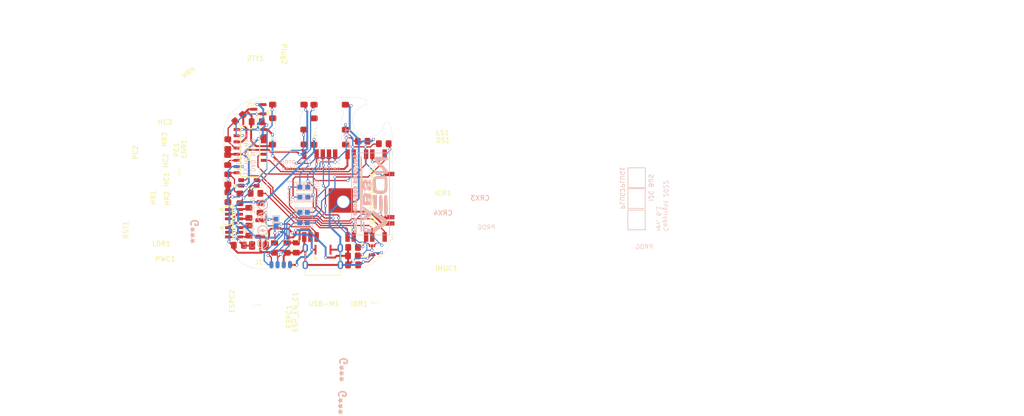
<source format=kicad_pcb>
(kicad_pcb (version 20211014) (generator pcbnew)
  (layers (0 "F.Cu" signal) (31 "B.Cu" signal) (34 "B.Paste" user) (35 "F.Paste" user) (36 "B.SilkS" user "B.Silkscreen") (37 "F.SilkS" user "F.Silkscreen") (38 "B.Mask" user) (39 "F.Mask" user) (44 "Edge.Cuts" user))
  (net 0 "")
  (net 1 "Net-(HX4002B1-Pad4)")
  (net 2 "Net-(HX4002B1-Pad6)")
  (net 3 "/GND")
  (net 4 "/DIN1")
  (net 5 "/DIN2")
  (net 6 "/5V0")
  (net 7 "/3V3")
  (net 8 "/IO01TX")
  (net 9 "/TX_IN")
  (net 10 "/DOUT1")
  (net 11 "/DOUT2")
  (net 12 "Net-(HC1-Pad2)")
  (net 13 "Net-(HC1-Pad1)")
  (net 14 "Net-(HC2-Pad1)")
  (net 15 "Net-(HR3-Pad1)")
  (net 16 "/IO03RX")
  (net 17 "/RX_IN")
  (net 18 "Net-(HX4002-Pad4)")
  (net 19 "Net-(HX4002-Pad6)")
  (net 20 "/RST_EN_RTS")
  (net 23 "/IO22_IMC")
  (net 24 "/IO21_IMD")
  (net 25 "/IO18_HXC")
  (net 26 "/IO17_HXD")
  (net 28 "/IO26_IM_CS")
  (net 29 "/IO19_HX3V3")
  (net 31 "Net-(2TY1-Pad1)")
  (net 32 "Net-(LDR1-Pad2)")
  (net 33 "/IO16_LD_3V3")
  (net 34 "/IO33_LEDB")
  (net 40 "/IO0_BOOT_DTR")
  (net 45 "/HX3V3")
  (net 46 "/5V0F")
  (net 47 "unconnected-(Plug2-PadR4)")
  (net 56 "/IO27_LEDR")
  (net 57 "/IO32_LEDG")
  (net 58 "Net-(CRX3-Pad1)")
  (footprint "Fuse:Fuse_1206_3216Metric" (layer "F.Cu") (at 154.14 102)
    (fp_text reference "Fuse1")
    (fp_text value "Polyfuse")
  )
  (footprint "Resistor_SMD:R_0805_2012Metric_Pad1.20x1.40mm_HandSolder" (layer "F.Cu") (at 173.47 102.4)
    (fp_text reference "ICR1")
    (fp_text value "10k")
  )
  (footprint "HX711:SO16" (layer "F.Cu") (at 152.35 82.61 -90)
    (property "VALUE" "HX711")
    (fp_text reference "HX711")
    (fp_text value "HX711")
  )
  (footprint "Capacitor_SMD:C_0805_2012Metric_Pad1.18x1.45mm_HandSolder" (layer "F.Cu") (at 147.76 88.41 90)
    (fp_text reference "HC1")
    (fp_text value "0.1pF")
  )
  (footprint "Capacitor_SMD:C_0805_2012Metric_Pad1.18x1.45mm_HandSolder" (layer "F.Cu") (at 147.74 84.44 90)
    (fp_text reference "HC2")
    (fp_text value "0.1pF")
  )
  (footprint "Capacitor_SMD:C_0805_2012Metric_Pad1.18x1.45mm_HandSolder" (layer "F.Cu") (at 153.69 76.58 180)
    (fp_text reference "HC3")
    (fp_text value "10pF")
  )
  (footprint "Resistor_SMD:R_0805_2012Metric_Pad1.20x1.40mm_HandSolder" (layer "F.Cu") (at 150.25 92.32 -90)
    (fp_text reference "HR1")
    (fp_text value "100R")
  )
  (footprint "Resistor_SMD:R_0805_2012Metric_Pad1.20x1.40mm_HandSolder" (layer "F.Cu") (at 147.775 92.085 -90)
    (fp_text reference "HR2")
    (fp_text value "100R")
  )
  (footprint "Resistor_SMD:R_0805_2012Metric_Pad1.20x1.40mm_HandSolder" (layer "F.Cu") (at 147.75 81.17 -90)
    (fp_text reference "HR3")
    (fp_text value "8.4k")
  )
  (footprint "Resistor_SMD:R_0805_2012Metric_Pad1.20x1.40mm_HandSolder" (layer "F.Cu") (at 150.05 75.81 40)
    (fp_text reference "HR4")
    (fp_text value "18k4")
  )
  (footprint "Resistor_SMD:R_0805_2012Metric_Pad1.20x1.40mm_HandSolder" (layer "F.Cu") (at 179.76 81.09 180)
    (fp_text reference "DS1")
    (fp_text value "4K7")
  )
  (footprint "Resistor_SMD:R_0805_2012Metric_Pad1.20x1.40mm_HandSolder" (layer "F.Cu") (at 154.37 94.27 -90)
    (fp_text reference "ENR1")
    (fp_text value "10k")
  )
  (footprint "AeonLabs:HX4002 SOT95 P280X125-6N" (layer "F.Cu") (at 148.97 95.59)
    (fp_text reference "HX4002" hide)
    (fp_text value "HX4002" hide)
  )
  (footprint "AeonLabs:HX4002 SOT95 P280X125-6N" (layer "F.Cu") (at 149.01 99.31)
    (fp_text reference "HX4002B1" hide)
    (fp_text value "HX4002" hide)
  )
  (footprint "Resistor_SMD:R_0805_2012Metric_Pad1.20x1.40mm_HandSolder" (layer "F.Cu") (at 173.43 104.14 180)
    (fp_text reference "IDR1")
    (fp_text value "10k")
  )
  (footprint "Package_LGA:LGA-14_3x2.5mm_P0.5mm_LayoutBorder3x4y" (layer "F.Cu") (at 177.35 102.98)
    (fp_text reference "IMU1")
    (fp_text value "LSM6DS3")
  )
  (footprint "Capacitor_SMD:C_0805_2012Metric_Pad1.18x1.45mm_HandSolder" (layer "F.Cu") (at 173.47 105.99 180)
    (fp_text reference "IMUC1")
    (fp_text value "100nF")
  )
  (footprint "Resistor_SMD:R_0805_2012Metric_Pad1.20x1.40mm_HandSolder" (layer "F.Cu") (at 153.44 91.28 180)
    (fp_text reference "LDR1")
    (fp_text value "330R")
  )
  (footprint "LED_SMD:LED_1206_3210_RGB_Metric" (layer "F.Cu") (at 152.32 89.1 180)
    (fp_text reference "LED1")
    (fp_text value "LED_GBRC")
  )
  (footprint "Resistor_SMD:R_0805_2012Metric_Pad1.20x1.40mm_HandSolder" (layer "F.Cu") (at 175.43 80.58)
    (fp_text reference "LS1")
    (fp_text value "10k")
  )
  (footprint "Capacitor_SMD:C_0805_2012Metric_Pad1.18x1.45mm_HandSolder" (layer "F.Cu") (at 152.08 95.29 -90)
    (fp_text reference "PC1")
    (fp_text value "0.1pF")
  )
  (footprint "Capacitor_SMD:C_0805_2012Metric_Pad1.18x1.45mm_HandSolder" (layer "F.Cu") (at 152.09 98.94 -90)
    (fp_text reference "PC2")
    (fp_text value "0.1pF")
  )
  (footprint "Capacitor_SMD:C_0805_2012Metric_Pad1.18x1.45mm_HandSolder" (layer "F.Cu") (at 150.03 101.95 180)
    (fp_text reference "PWC1")
    (fp_text value "0.1pF")
  )
  (footprint "AeonLabs:Micro_USB_pcb_socket_5pin_4weld_points" (layer "F.Cu") (at 167.08 104.99)
    (fp_text reference "USB-M1")
    (fp_text value "USB-M")
  )
  (footprint "Capacitor_SMD:C_0805_2012Metric_Pad1.18x1.45mm_HandSolder" (layer "F.Cu") (at 161.81 102.44 -90)
    (fp_text reference "ESPC1")
    (fp_text value "0.1uF")
  )
  (footprint "Capacitor_SMD:C_0805_2012Metric_Pad1.18x1.45mm_HandSolder" (layer "F.Cu") (at 157.35 102.47 90)
    (fp_text reference "ESP_EN_C1")
    (fp_text value "0.1uF")
  )
  (footprint "RF_Module:ESP32-WROOM-32" (layer "F.Cu") (at 171.7 91.75 90)
    (fp_text reference "ESP32-WROOM32")
    (fp_text value "ESP32-WROOM-32")
  )
  (footprint "AeonLabs:SW_Push_SPST_NO_Alps_SKRK AliExpress" (layer "F.Cu") (at 154.49 98.48 90)
    (fp_text reference "RST1")
    (fp_text value "RST")
  )
  (footprint "Connector:SOIC_clipProgSmall" (layer "F.Cu") (at 158.61 106.69)
    (fp_text reference "J1")
    (fp_text value "Conn_01x08_Male")
  )
  (footprint "AeonLabs:Jack 2.5mm jack socket 6pin L10.5 w5.8 h3.2" (layer "F.Cu") (at 168.62 76.44 -90)
    (fp_text reference "Plug1")
    (fp_text value "AudioJack6pin")
  )
  (footprint "Package_TO_SOT_SMD:SOT-23" (layer "F.Cu") (at 154.03 74 180)
    (fp_text reference "2TY1")
    (fp_text value "S8550")
  )
  (footprint "AeonLabs:Jack 2.5mm jack socket 6pin L10.5 w5.8 h3.2" (layer "F.Cu") (at 160.13 76.4175 -90)
    (fp_text reference "Plug2")
    (fp_text value "AudioJack6pin")
  )
  (footprint "Capacitor_SMD:C_0805_2012Metric_Pad1.18x1.45mm_HandSolder" (layer "F.Cu") (at 159.93 102.46 -90)
    (fp_text reference "ESPC2")
    (fp_text value "22uF")
  )
  (footprint "TestPoint:TestPoint_Pad_1.0x1.0mm" (layer "B.Cu") (at 162.54 97.36 -90)
    (fp_text reference "CTX1")
    (fp_text value "CTX")
  )
  (footprint "TestPoint:TestPoint_Pad_1.0x1.0mm" (layer "B.Cu") (at 164.06 97.36 -90)
    (fp_text reference "CTX2")
    (fp_text value "CTX2")
  )
  (footprint "TestPoint:TestPoint_Pad_1.0x1.0mm" (layer "B.Cu") (at 162.57 95.18 -90)
    (fp_text reference "CRX1")
    (fp_text value "CRX")
  )
  (footprint "TestPoint:TestPoint_Pad_1.0x1.0mm" (layer "B.Cu") (at 164.08 95.19 -90)
    (fp_text reference "CRX2")
    (fp_text value "CRX2")
  )
  (footprint "TestPoint:TestPoint_Pad_1.0x1.0mm" (layer "B.Cu") (at 162.56 92.06)
    (fp_text reference "SDI1")
    (fp_text value "DIN1")
  )
  (footprint "TestPoint:TestPoint_Pad_1.0x1.0mm" (layer "B.Cu") (at 162.56 90.01)
    (fp_text reference "SDO1")
    (fp_text value "DOUT1")
  )
  (footprint "TestPoint:TestPoint_Pad_1.0x1.0mm" (layer "B.Cu") (at 164.15 92.07)
    (fp_text reference "SHTA1")
    (fp_text value "SHTA")
  )
  (footprint "TestPoint:TestPoint_Pad_1.0x1.0mm" (layer "B.Cu") (at 164.15 90.02)
    (fp_text reference "SHTL1")
    (fp_text value "SHTL")
  )
  (footprint "AeonLabs:aeon logo www" (layer "B.Cu") (at 177.102334 91.410001 90)
    (fp_text reference "G***")
    (fp_text value "LOGO" hide)
  )
  (footprint "TestPoint:TestPoint_Pad_1.0x1.0mm" (layer "B.Cu") (at 157.65 96.59 180)
    (fp_text reference "CRX3")
    (fp_text value "CRX3")
  )
  (footprint "AeonLabs:aeon creative commons logos" (layer "B.Cu") (at 154.961469 97.630201 90)
    (fp_text reference "G***")
    (fp_text value "LOGO" hide)
  )
  (footprint "AeonLabs:aeon logo www" (layer "B.Cu") (at 177.102334 91.410001 90)
    (fp_text reference "G***")
    (fp_text value "LOGO" hide)
  )
  (footprint "TestPoint:TestPoint_Pad_1.0x1.0mm" (layer "B.Cu") (at 157.66 97.98 180)
    (fp_text reference "CRX4")
    (fp_text value "CRX4")
  )
  (gr_line (start 161.555 98.3075) (end 165.12 98.305) (layer "B.SilkS") (width 0.12))
  (gr_line (start 165.12 94.235) (end 161.545 94.2575) (layer "B.SilkS") (width 0.12))
  (gr_line (start 165.12 98.305) (end 165.12 94.235) (layer "B.SilkS") (width 0.12))
  (gr_line (start 161.545 94.2575) (end 161.555 98.3075) (layer "B.SilkS") (width 0.12))
  (gr_line (start 229.89 90.31) (end 229.9 94.38) (layer "B.SilkS") (width 0.12))
  (gr_line (start 233.47 90.11) (end 233.47 86.04) (layer "B.SilkS") (width 0.12))
  (gr_line (start 165.28 93.05) (end 165.28 88.98) (layer "B.SilkS") (width 0.12))
  (gr_line (start 165.28 88.98) (end 161.37 88.975) (layer "B.SilkS") (width 0.12))
  (gr_line (start 229.91 90.105) (end 233.47 90.11) (layer "B.SilkS") (width 0.12))
  (gr_line (start 229.9 86.035) (end 229.91 90.105) (layer "B.SilkS") (width 0.12))
  (gr_line (start 229.865 94.7375) (end 229.875 98.7875) (layer "B.SilkS") (width 0.12))
  (gr_line (start 229.9 94.38) (end 233.44 94.395) (layer "B.SilkS") (width 0.12))
  (gr_line (start 233.47 86.04) (end 229.9 86.035) (layer "B.SilkS") (width 0.12))
  (gr_line (start 233.44 98.785) (end 233.44 94.715) (layer "B.SilkS") (width 0.12))
  (gr_line (start 229.875 98.7875) (end 233.44 98.785) (layer "B.SilkS") (width 0.12))
  (gr_line (start 233.44 94.395) (end 233.44 90.325) (layer "B.SilkS") (width 0.12))
  (gr_line (start 233.44 90.325) (end 229.89 90.31) (layer "B.SilkS") (width 0.12))
  (gr_line (start 233.44 94.715) (end 229.865 94.7375) (layer "B.SilkS") (width 0.12))
  (gr_line (start 161.38 93.045) (end 165.28 93.05) (layer "B.SilkS") (width 0.12))
  (gr_line (start 161.37 88.975) (end 161.38 93.045) (layer "B.SilkS") (width 0.12))
  (gr_circle (center 165.71 104.63) (end 165.91 104.65) (layer "F.SilkS") (width 0.35) (fill none))
  (gr_circle (center 148.77 93.708893) (end 148.95 93.728893) (layer "F.SilkS") (width 0.25) (fill none))
  (gr_circle (center 165.51 79.349003) (end 165.71 79.369003) (layer "F.SilkS") (width 0.35) (fill none))
  (gr_circle (center 148.71 97.438893) (end 148.89 97.458893) (layer "F.SilkS") (width 0.25) (fill none))
  (gr_circle (center 149.22 89.729003) (end 149.42 89.749003) (layer "F.SilkS") (width 0.35) (fill none))
  (gr_circle (center 156.19 74.579003) (end 156.39 74.599003) (layer "F.SilkS") (width 0.35) (fill none))
  (gr_circle (center 175.4 101.599731) (end 175.55 101.608734) (layer "F.SilkS") (width 0.25) (fill none))
  (gr_circle (center 156.91 79.999003) (end 157.11 80.019003) (layer "F.SilkS") (width 0.35) (fill none))
  (gr_line (start 157.54 81.74) (end 157.54 78.67) (layer "Edge.Cuts") (width 0.05))
  (gr_line (start 162.66 75.17) (end 163.04 75.17) (layer "Edge.Cuts") (width 0.05))
  (gr_arc (start 180.821935 76.794753) (mid 181.242595 78.033499) (end 181.48 79.32) (layer "Edge.Cuts") (width 0.05))
  (gr_arc (start 149.100001 74.217135) (mid 151.607969 72.431862) (end 154.567547 71.584511) (layer "Edge.Cuts") (width 0.05))
  (gr_arc (start 179.189999 104.247133) (mid 176.682031 106.032406) (end 173.722453 106.879757) (layer "Edge.Cuts") (width 0.05))
  (gr_line (start 166.03 81.75) (end 166.03 78.68) (layer "Edge.Cuts") (width 0.05))
  (gr_arc (start 154.381558 106.792294) (mid 151.673896 106.17901) (end 149.450001 104.517133) (layer "Edge.Cuts") (width 0.05))
  (gr_line (start 166.03 77.98) (end 166.03 71.58) (layer "Edge.Cuts") (width 0.05))
  (gr_line (start 173.722453 106.879757) (end 154.381558 106.792294) (layer "Edge.Cuts") (width 0.05))
  (gr_arc (start 181.472294 99.305576) (mid 180.857046 102.019245) (end 179.189999 104.247133) (layer "Edge.Cuts") (width 0.05))
  (gr_line (start 171.13 74.48) (end 171.53 74.48) (layer "Edge.Cuts") (width 0.05))
  (gr_line (start 171.53 74.48) (end 171.53 75.18) (layer "Edge.Cuts") (width 0.05))
  (gr_line (start 162.64 74.47) (end 163.04 74.47) (layer "Edge.Cuts") (width 0.05))
  (gr_line (start 171.13 75.18) (end 171.13 81.88) (layer "Edge.Cuts") (width 0.05))
  (gr_line (start 171.13 81.88) (end 171.03 81.88) (layer "Edge.Cuts") (width 0.05))
  (gr_line (start 176.187378 72.022452) (end 176.187378 73.122452) (layer "Edge.Cuts") (width 0.05))
  (gr_line (start 181.48 79.32) (end 181.472294 99.305576) (layer "Edge.Cuts") (width 0.05))
  (gr_line (start 162.64 71.58) (end 162.64 74.47) (layer "Edge.Cuts") (width 0.05))
  (gr_line (start 179.945335 76.792196) (end 180.821935 76.794753) (layer "Edge.Cuts") (width 0.05))
  (gr_arc (start 146.817706 79.158692) (mid 147.432951 76.445021) (end 149.100001 74.217135) (layer "Edge.Cuts") (width 0.05))
  (gr_line (start 162.64 75.17) (end 162.64 81.87) (layer "Edge.Cuts") (width 0.05))
  (gr_line (start 162.66 75.17) (end 162.64 75.17) (layer "Edge.Cuts") (width 0.05))
  (gr_line (start 171.15 75.18) (end 171.13 75.18) (layer "Edge.Cuts") (width 0.05))
  (gr_line (start 165.63 78.68) (end 165.63 77.98) (layer "Edge.Cuts") (width 0.05))
  (gr_line (start 163.04 74.47) (end 163.04 75.17) (layer "Edge.Cuts") (width 0.05))
  (gr_line (start 162.64 81.87) (end 157.54 81.87) (layer "Edge.Cuts") (width 0.05))
  (gr_line (start 157.54 81.87) (end 157.54 81.74) (layer "Edge.Cuts") (width 0.05))
  (gr_arc (start 149.450001 104.517133) (mid 147.664727 102.009165) (end 146.817377 99.049587) (layer "Edge.Cuts") (width 0.05))
  (gr_line (start 171.03 81.88) (end 166.03 81.88) (layer "Edge.Cuts") (width 0.05))
  (gr_line (start 166.03 78.68) (end 165.63 78.68) (layer "Edge.Cuts") (width 0.05))
  (gr_line (start 171.13 71.57) (end 171.13 74.48) (layer "Edge.Cuts") (width 0.05))
  (gr_line (start 157.54 77.97) (end 157.54 71.58) (layer "Edge.Cuts") (width 0.05))
  (gr_line (start 165.63 77.98) (end 166.03 77.98) (layer "Edge.Cuts") (width 0.05))
  (gr_arc (start 173.908442 71.567706) (mid 175.06497 71.709584) (end 176.187378 72.022452) (layer "Edge.Cuts") (width 0.05))
  (gr_line (start 166.03 81.88) (end 166.03 81.75) (layer "Edge.Cuts") (width 0.05))
  (gr_line (start 157.14 78.67) (end 157.14 77.97) (layer "Edge.Cuts") (width 0.05))
  (gr_line (start 157.54 78.67) (end 157.14 78.67) (layer "Edge.Cuts") (width 0.05))
  (gr_line (start 157.54 71.58) (end 154.567547 71.584511) (layer "Edge.Cuts") (width 0.05))
  (gr_line (start 162.64 71.58) (end 166.03 71.58) (layer "Edge.Cuts") (width 0.05))
  (gr_arc (start 179.945335 76.792196) (mid 174.370602 78.741917) (end 176.187378 73.122452) (layer "Edge.Cuts") (width 0.05))
  (gr_line (start 171.15 75.18) (end 171.53 75.18) (layer "Edge.Cuts") (width 0.05))
  (gr_line (start 173.908442 71.567706) (end 171.13 71.57) (layer "Edge.Cuts") (width 0.05))
  (gr_line (start 146.817377 99.049587) (end 146.817706 79.158692) (layer "Edge.Cuts") (width 0.05))
  (gr_line (start 157.14 77.97) (end 157.54 77.97) (layer "Edge.Cuts") (width 0.05))
  (gr_text "LDAD NANO\n1x HXG/HXW\n1x DS/I2C/LS" (at 151.45 87.7 -90) (layer "B.SilkS") (effects (font (size 0.9 0.9) (thickness 0.1)) (justify left mirror)))
  (gr_text "PLUG 1" (at 160.48 90.93 -90) (layer "B.SilkS") (effects (font (size 0.9 0.9) (thickness 0.1)) (justify mirror)))
  (gr_text "Copyright 2022\nrev. 6.1" (at 152.04 102.62 -90) (layer "B.SilkS") (effects (font (size 0.9 0.9) (thickness 0.08)) (justify left mirror)))
  (gr_text "PROG" (at 200.85 98.28) (layer "B.SilkS") (effects (font (size 0.9 0.9) (thickness 0.08)) (justify mirror)))
  (gr_text "PROG" (at 233.27 102.28) (layer "B.SilkS") (effects (font (size 0.9 0.9) (thickness 0.08)) (justify mirror)))
  (gr_text "I2C BUS" (at 234.62 90.12 -90) (layer "B.SilkS") (effects (font (size 0.9 0.9) (thickness 0.1)) (justify mirror)))
  (gr_text "PLUG2" (at 228.73 92.36 -90) (layer "B.SilkS") (effects (font (size 0.9 0.9) (thickness 0.1)) (justify mirror)))
  (gr_text "I2C BUS" (at 166.03 91.07 -90) (layer "B.SilkS") (effects (font (size 0.9 0.9) (thickness 0.1)) (justify mirror)))
  (gr_text "Copyright 2022\nrev. 6.1" (at 236.96 99.15 -90) (layer "B.SilkS") (effects (font (size 0.9 0.9) (thickness 0.08)) (justify left mirror)))
  (gr_text "PLUG1" (at 228.73 87.98 -90) (layer "B.SilkS") (effects (font (size 0.9 0.9) (thickness 0.1)) (justify mirror)))
  (gr_text "Sponsor this project\npatreon.com/ldad" (at 170.97 85.42) (layer "B.SilkS") (effects (font (size 0.9 0.9) (thickness 0.1)) (justify left mirror)))
  (gr_text "2TY" (at 152.54 73.02) (layer "F.SilkS") (effects (font (size 0.7 0.7))))
  (segment (start 152.0175 100.24) (end 152.1 100.1575) (width 0.4) (layer "F.Cu") (net 1))
  (segment (start 150.3 100.24) (end 152.0175 100.24) (width 0.4) (layer "F.Cu") (net 1))
  (segment (start 151.1 98.09) (end 151.9125 98.09) (width 0.4) (layer "F.Cu") (net 2))
  (segment (start 151.9125 98.09) (end 152.1 97.9025) (width 0.4) (layer "F.Cu") (net 2))
  (segment (start 150.85 98.34) (end 151.1 98.09) (width 0.4) (layer "F.Cu") (net 2))
  (segment (start 150.3 98.34) (end 150.85 98.34) (width 0.4) (layer "F.Cu") (net 2))
  (segment (start 177.85 103.8925) (end 177.6125 103.8925) (width 0.2) (layer "F.Cu") (net 3))
  (segment (start 155.15 79.435) (end 154.845 79.435) (width 0.4) (layer "F.Cu") (net 3))
  (segment (start 147.75 82.17) (end 147.74 82.18) (width 1) (layer "F.Cu") (net 3))
  (segment (start 163.65 106) (end 163.65 102.54) (width 0.4) (layer "F.Cu") (net 3))
  (segment (start 163.445 100.25) (end 163.445 102.315) (width 0.4) (layer "F.Cu") (net 3))
  (segment (start 176.43 80.58) (end 177.25 80.58) (width 0.4) (layer "F.Cu") (net 3))
  (segment (start 147.675 95.58) (end 148.525 95.58) (width 0.4) (layer "F.Cu") (net 3))
  (segment (start 156.13 82.35) (end 151.9 82.35) (width 0.4) (layer "F.Cu") (net 3))
  (segment (start 154.6425 103.4875) (end 154.76 103.37) (width 0.4) (layer "F.Cu") (net 3))
  (segment (start 147.74 82.18) (end 147.74 83.4025) (width 1) (layer "F.Cu") (net 3))
  (segment (start 149.55 83.245) (end 151.005 83.245) (width 0.4) (layer "F.Cu") (net 3))
  (segment (start 163.65 106) (end 170.87 106) (width 0.4) (layer "F.Cu") (net 3))
  (segment (start 147.79 99.32) (end 148.61 99.32) (width 0.4) (layer "F.Cu") (net 3))
  (segment (start 154.76 103.37) (end 154.4 103.01) (width 0.4) (layer "F.Cu") (net 3))
  (segment (start 176.67 105.37) (end 175.58 105.37) (width 0.2) (layer "F.Cu") (net 3))
  (segment (start 154.76 79.52) (end 154.76 80.315) (width 0.4) (layer "F.Cu") (net 3))
  (segment (start 155.375 79.435) (end 155.55 79.61) (width 0.4) (layer "F.Cu") (net 3))
  (segment (start 148.69 101.95) (end 147.95 101.21) (width 0.4) (layer "F.Cu") (net 3))
  (segment (start 174.5075 105.99) (end 174.96 105.99) (width 0.4) (layer "F.Cu") (net 3))
  (segment (start 179.38 97.49) (end 179.385 97.485) (width 0.4) (layer "F.Cu") (net 3))
  (segment (start 150.29 89.66) (end 151.39 89.66) (width 0.4) (layer "F.Cu") (net 3))
  (segment (start 163.425 83.27) (end 162.72 83.27) (width 0.4) (layer "F.Cu") (net 3))
  (segment (start 153.8525 103.4875) (end 153.4275 103.4875) (width 0.4) (layer "F.Cu") (net 3))
  (segment (start 163.69 73.26) (end 163.69 74.11) (width 0.4) (layer "F.Cu") (net 3))
  (segment (start 173.06 73.26) (end 172.09 73.26) (width 0.4) (layer "F.Cu") (net 3))
  (segment (start 161.79 103.4975) (end 159.93 103.4975) (width 0.4) (layer "F.Cu") (net 3))
  (segment (start 170.51 102.86) (end 170.85 102.52) (width 0.4) (layer "F.Cu") (net 3))
  (segment (start 161.95 82.73) (end 162.49 83.27) (width 0.4) (layer "F.Cu") (net 3))
  (segment (start 148.55 95.58) (end 148.97 95.16) (width 0.4) (layer "F.Cu") (net 3))
  (segment (start 154.7325 76.495) (end 154.905 76.495) (width 0.4) (layer "F.Cu") (net 3))
  (segment (start 161.81 103.4775) (end 161.79 103.4975) (width 0.4) (layer "F.Cu") (net 3))
  (segment (start 153.4275 103.4875) (end 149.7875 103.4875) (width 0.4) (layer "F.Cu") (net 3))
  (segment (start 163.41 73.0575) (end 163.4875 73.0575) (width 0.4) (layer "F.Cu") (net 3))
  (segment (start 155.5 103.37) (end 154.76 103.37) (width 0.4) (layer "F.Cu") (net 3))
  (segment (start 163.65 102.54) (end 163.66 102.53) (width 0.4) (layer "F.Cu") (net 3))
  (segment (start 148.9925 102.6925) (end 148.9925 101.95) (width 0.4) (layer "F.Cu") (net 3))
  (segment (start 157.35 103.5075) (end 157.1225 103.28) (width 0.4) (layer "F.Cu") (net 3))
  (segment (start 157.11625 103.37) (end 155.5 103.37) (width 0.4) (layer "F.Cu") (net 3))
  (segment (start 157.35 103.5075) (end 157.35 103.49) (width 0.4) (layer "F.Cu") (net 3))
  (segment (start 155.15 80.06) (end 155.15 80.705) (width 0.4) (layer "F.Cu") (net 3))
  (segment (start 154.845 79.435) (end 154.76 79.52) (width 0.4) (layer "F.Cu") (net 3))
  (segment (start 149.55 83.245) (end 147.855 83.245) (width 0.4) (layer "F.Cu") (net 3))
  (segment (start 176.94 95.05) (end 179.38 97.49) (width 0.4) (layer "F.Cu") (net 3))
  (segment (start 163.4875 73.0575) (end 163.69 73.26) (width 0.4) (layer "F.Cu") (net 3))
  (segment (start 177.6125 103.8925) (end 177.6125 104.4275) (width 0.2) (layer "F.Cu") (net 3))
  (segment (start 155.15 79.435) (end 155.375 79.435) (width 0.4) (layer "F.Cu") (net 3))
  (segment (start 154.4 102.63) (end 154.4 102.94) (width 0.4) (layer "F.Cu") (net 3))
  (segment (start 168.84 102.86) (end 170.51 102.86) (width 0.4) (layer "F.Cu") (net 3))
  (segment (start 156.51 82.73) (end 161.95 82.73) (width 0.4) (layer "F.Cu") (net 3))
  (segment (start 155.1 80.06) (end 154.06 80.06) (width 0.4) (layer "F.Cu") (net 3))
  (segment (start 154.905 76.495) (end 155.62 77.21) (width 0.4) (layer "F.Cu") (net 3))
  (segment (start 163.445 102.315) (end 163.66 102.53) (width 0.4) (layer "F.Cu") (net 3))
  (segment (start 154.76 80.315) (end 155.15 80.705) (width 0.4) (layer "F.Cu") (net 3))
  (segment (start 177.6125 104.4275) (end 176.67 105.37) (width 0.2) (layer "F.Cu") (net 3))
  (segment (start 159.12 103.05) (end 157.8075 103.05) (width 0.4) (layer "F.Cu") (net 3))
  (segment (start 159.93 103.4975) (end 159.5675 103.4975) (width 0.4) (layer "F.Cu") (net 3))
  (segment (start 148.9925 101.95) (end 148.69 101.95) (width 0.4) (layer "F.Cu") (net 3))
  (segment (start 147.855 83.245) (end 147.83 83.22) (width 0.4) (layer "F.Cu") (net 3))
  (segment (start 159.5675 103.4975) (end 159.12 103.05) (width 0.4) (layer "F.Cu") (net 3))
  (segment (start 170.715 95.05) (end 176.94 95.05) (width 0.4) (layer "F.Cu") (net 3))
  (segment (start 151.9 82.35) (end 151.005 83.245) (width 0.4) (layer "F.Cu") (net 3))
  (segment (start 179.385 97.485) (end 180.935 97.485) (width 0.4) (layer "F.Cu") (net 3))
  (segment (start 148.61 99.32) (end 149.06 98.87) (width 0.4) (layer "F.Cu") (net 3))
  (segment (start 159.5175 103.4975) (end 159.93 103.4975) (width 0.4) (layer "F.Cu") (net 3))
  (segment (start 155.15 79.435) (end 155.15 80.06) (width 0.4) (layer "F.Cu") (net 3))
  (segment (start 149.7875 103.4875) (end 148.9925 102.6925) (width 0.4) (layer "F.Cu") (net 3))
  (segment (start 154.4 100.17) (end 154.4 102.63) (width 0.4) (layer "F.Cu") (net 3))
  (segment (start 157.8075 103.05) (end 157.35 103.5075) (width 0.4) (layer "F.Cu") (net 3))
  (segment (start 151.39 89.66) (end 151.43 89.7) (width 0.4) (layer "F.Cu") (net 3))
  (segment (start 159.225 104.2025) (end 159.93 103.4975) (width 0.4) (layer "F.Cu") (net 3))
  (segment (start 159.225 106.0195) (end 159.225 104.2025) (width 0.4) (layer "F.Cu") (net 3))
  (segment (start 155.55 79.61) (end 155.55 80.38) (width 0.4) (layer "F.Cu") (net 3))
  (segment (start 162.7125 103.4775) (end 163.66 102.53) (width 0.4) (layer "F.Cu") (net 3))
  (segment (start 174.96 105.99) (end 175.58 105.37) (width 0.4) (layer "F.Cu") (net 3))
  (segment (start 156.51 82.73) (end 156.13 82.35) (width 0.4) (layer "F.Cu") (net 3))
  (segment (start 160.1675 103.4975) (end 160.35 103.68) (width 0.4) (layer "F.Cu") (net 3))
  (segment (start 154.4 102.63) (end 154.4 103.01) (width 0.4) (layer "F.Cu") (net 3))
  (segment (start 172.09 73.26) (end 171.9 73.07) (width 0.4) (layer "F.Cu") (net 3))
  (segment (start 177.6125 103.8925) (end 177.35 103.8925) (width 0.2) (layer "F.Cu") (net 3))
  (segment (start 177.25 80.58) (end 177.69 80.14) (width 0.4) (layer "F.Cu") (net 3))
  (segment (start 161.81 103.4775) (end 162.7125 103.4775) (width 0.4) (layer "F.Cu") (net 3))
  (segment (start 153.4275 103.4875) (end 154.6425 103.4875) (width 0.4) (layer "F.Cu") (net 3))
  (segment (start 159.93 103.4975) (end 160.1675 103.4975) (width 0.4) (layer "F.Cu") (net 3))
  (via (at 151.48 89.65) (size 0.6) (drill 0.4) (layers "F.Cu" "B.Cu") (net 3))
  (via (at 173.06 73.26) (size 0.6) (drill 0.4) (layers "F.Cu" "B.Cu") (net 3))
  (via (at 155.74 77.23) (size 0.6) (drill 0.4) (layers "F.Cu" "B.Cu") (net 3))
  (via (at 163.73 74.12) (size 0.6) (drill 0.4) (layers "F.Cu" "B.Cu") (net 3))
  (via (at 177.68 80.17) (size 0.6) (drill 0.4) (layers "F.Cu" "B.Cu") (net 3))
  (via (at 149 95.2) (size 0.6) (drill 0.4) (layers "F.Cu" "B.Cu") (net 3))
  (via (at 154.03 80.08) (size 0.6) (drill 0.4) (layers "F.Cu" "B.Cu") (net 3))
  (via (at 151.03 83.17) (size 0.6) (drill 0.4) (layers "F.Cu" "B.Cu") (net 3))
  (via (at 147.95 101.21) (size 0.6) (drill 0.4) (layers "F.Cu" "B.Cu") (net 3))
  (via (at 171.46 93.03) (size 2.8) (drill 2.5) (layers "F.Cu" "B.Cu") (net 3))
  (via (at 162.49 83.27) (size 0.6) (drill 0.4) (layers "F.Cu" "B.Cu") (net 3))
  (via (at 175.58 105.37) (size 0.6) (drill 0.4) (layers "F.Cu" "B.Cu") (net 3))
  (via (at 149.04 98.9) (size 0.6) (drill 0.4) (layers "F.Cu" "B.Cu") (net 3))
  (segment (start 152.07 86.67) (end 152.07 86.67) (width 0.4) (layer "B.Cu") (net 3))
  (segment (start 148.09 101.07) (end 147.95 101.21) (width 0.4) (layer "B.Cu") (net 3))
  (segment (start 177.68 80.17) (end 177.65 80.17) (width 0.4) (layer "B.Cu") (net 3))
  (segment (start 175.33 80.61) (end 174.63 81.31) (width 0.4) (layer "B.Cu") (net 3))
  (segment (start 154.925 77.905) (end 155.62 77.21) (width 0.4) (layer "B.Cu") (net 3))
  (segment (start 170.85 100.24) (end 168.66 98.05) (width 0.4) (layer "B.Cu") (net 3))
  (segment (start 171.12 92.63) (end 170.97 92.78) (width 0.4) (layer "B.Cu") (net 3))
  (segment (start 170.85 102.52) (end 170.85 100.24) (width 0.4) (layer "B.Cu") (net 3))
  (segment (start 147.75 91.48) (end 149.58 89.65) (width 0.4) (layer "B.Cu") (net 3))
  (segment (start 154.925 79.185) (end 154.925 77.905) (width 0.4) (layer "B.Cu") (net 3))
  (segment (start 148.09 98.38) (end 148.58 98.87) (width 0.4) (layer "B.Cu") (net 3))
  (segment (start 152.07 89.06) (end 151.48 89.65) (width 0.4) (layer "B.Cu") (net 3))
  (segment (start 174.63 81.31) (end 174.63 81.51) (width 0.4) (layer "B.Cu") (net 3))
  (segment (start 168.66 95.24) (end 170.87 93.03) (width 0.4) (layer "B.Cu") (net 3))
  (segment (start 148.09 98.38) (end 148.09 101.07) (width 0.4) (layer "B.Cu") (net 3))
  (segment (start 148.09 95.2) (end 149 95.2) (width 0.4) (layer "B.Cu") (net 3))
  (segment (start 154.08 80.03) (end 154.925 79.185) (width 0.4) (layer "B.Cu") (net 3))
  (segment (start 152.07 84.31) (end 152.07 89.06) (width 0.4) (layer "B.Cu") (net 3))
  (segment (start 168.66 98.05) (end 168.66 95.24) (width 0.4) (layer "B.Cu") (net 3))
  (segment (start 164.065 82.115) (end 162.91 83.27) (width 0.4) (layer "B.Cu") (net 3))
  (segment (start 147.75 93.23) (end 147.75 91.48) (width 0.4) (layer "B.Cu") (net 3))
  (segment (start 148.09 93.57) (end 147.75 93.23) (width 0.4) (layer "B.Cu") (net 3))
  (segment (start 172.78 73.54) (end 172.78 78.34) (width 0.4) (layer "B.Cu") (net 3))
  (segment (start 170.85 105.98) (end 170.87 106) (width 0.4) (layer "B.Cu") (net 3))
  (segment (start 151.005 83.245) (end 152.07 84.31) (width 0.4) (layer "B.Cu") (net 3))
  (segment (start 162.91 83.27) (end 162.69 83.27) (width 0.4) (layer "B.Cu") (net 3))
  (segment (start 170.87 93.03) (end 171.46 93.03) (width 0.4) (layer "B.Cu") (net 3))
  (segment (start 175.85 80.61) (end 175.33 80.61) (width 0.4) (layer "B.Cu") (net 3))
  (segment (start 174.63 92.36) (end 173.96 93.03) (width 0.4) (layer "B.Cu") (net 3))
  (segment (start 148.58 98.87) (end 149.06 98.87) (width 0.4) (layer "B.Cu") (net 3))
  (segment (start 173.06 73.26) (end 172.78 73.54) (width 0.4) (layer "B.Cu") (net 3))
  (segment (start 173.96 93.03) (end 171.46 93.03) (width 0.4) (layer "B.Cu") (net 3))
  (segment (start 151.005 83.105) (end 154.08 80.03) (width 0.4) (layer "B.Cu") (net 3))
  (segment (start 175.85 80.61) (end 175.61 80.61) (width 0.4) (layer "B.Cu") (net 3))
  (segment (start 177.65 80.17) (end 177.21 80.61) (width 0.4) (layer "B.Cu") (net 3))
  (segment (start 174.63 80.19) (end 174.63 81.31) (width 0.4) (layer "B.Cu") (net 3))
  (segment (start 170.87 106) (end 174.88 106) (width 0.4) (layer "B.Cu") (net 3))
  (segment (start 174.88 106) (end 175.35 105.53) (width 0.4) (layer "B.Cu") (net 3))
  (segment (start 172.78 78.34) (end 174.63 80.19) (width 0.4) (layer "B.Cu") (net 3))
  (segment (start 149.58 89.65) (end 151.48 89.65) (width 0.4) (layer "B.Cu") (net 3))
  (segment (start 148.09 98.38) (end 148.09 93.57) (width 0.4) (layer "B.Cu") (net 3))
  (segment (start 164.065 74.495) (end 163.7 74.13) (width 0.4) (layer "B.Cu") (net 3))
  (segment (start 170.85 102.52) (end 170.85 105.98) (width 0.4) (layer "B.Cu") (net 3))
  (segment (start 177.21 80.61) (end 175.85 80.61) (width 0.4) (layer "B.Cu") (net 3))
  (segment (start 164.065 82.115) (end 164.065 74.495) (width 0.4) (layer "B.Cu") (net 3))
  (segment (start 171.46 93.03) (end 171.46 93.51) (width 0.4) (layer "B.Cu") (net 3))
  (segment (start 151.005 83.245) (end 151.005 83.105) (width 0.4) (layer "B.Cu") (net 3))
  (segment (start 174.63 81.51) (end 174.63 92.36) (width 0.4) (layer "B.Cu") (net 3))
  (segment (start 179.515 87.325) (end 179.275 87.325) (width 0.25) (layer "F.Cu") (net 4))
  (segment (start 161.14 88.37) (end 161.59 87.92) (width 0.25) (layer "F.Cu") (net 4))
  (segment (start 175.94 81.73) (end 173.47 81.73) (width 0.25) (layer "F.Cu") (net 4))
  (segment (start 161.59 87.92) (end 165.15 87.92) (width 0.25) (layer "F.Cu") (net 4))
  (segment (start 177.04 81.76) (end 177.63 81.17) (width 0.25) (layer "F.Cu") (net 4))
  (segment (start 171.9 78.1975) (end 172.0175 78.1975) (width 0.25) (layer "F.Cu") (net 4))
  (segment (start 175.985 81.76) (end 177.04 81.76) (width 0.25) (layer "F.Cu") (net 4))
  (segment (start 161.14 92.12) (end 161.14 88.37) (width 0.25) (layer "F.Cu") (net 4))
  (segment (start 171.9 78.21) (end 171.9 77.19) (width 0.25) (layer "F.Cu") (net 4))
  (segment (start 180.935 87.325) (end 179.515 87.325) (width 0.25) (layer "F.Cu") (net 4))
  (segment (start 172.325 88.665) (end 172.47 88.52) (width 0.25) (layer "F.Cu") (net 4))
  (segment (start 171.9 77.19) (end 171.93 77.16) (width 0.25) (layer "F.Cu") (net 4))
  (segment (start 165.895 88.665) (end 172.325 88.665) (width 0.25) (layer "F.Cu") (net 4))
  (segment (start 177.63 81.17) (end 178.55 81.17) (width 0.25) (layer "F.Cu") (net 4))
  (segment (start 165.15 87.92) (end 165.895 88.665) (width 0.25) (layer "F.Cu") (net 4))
  (via (at 176.01 81.73) (size 0.6) (drill 0.4) (layers "F.Cu" "B.Cu") (net 4))
  (via (at 173.41 81.75) (size 0.6) (drill 0.4) (layers "F.Cu" "B.Cu") (net 4))
  (via (at 161.14 92.12) (size 0.6) (drill 0.4) (layers "F.Cu" "B.Cu") (net 4))
  (via (at 172.38 88.65) (size 0.6) (drill 0.4) (layers "F.Cu" "B.Cu") (net 4))
  (via (at 171.93 77.16) (size 0.6) (drill 0.4) (layers "F.Cu" "B.Cu") (net 4))
  (via (at 179.515 87.325) (size 0.8) (drill 0.4) (layers "F.Cu" "B.Cu") (net 4))
  (segment (start 161.2 92.06) (end 161.14 92.12) (width 0.25) (layer "B.Cu") (net 4))
  (segment (start 173.39 87.58) (end 172.47 88.5) (width 0.25) (layer "B.Cu") (net 4))
  (segment (start 176.01 85.02) (end 176.2 85.21) (width 0.25) (layer "B.Cu") (net 4))
  (segment (start 178.315 87.325) (end 179.515 87.325) (width 0.25) (layer "B.Cu") (net 4))
  (segment (start 173.39 87.58) (end 173.39 81.68) (width 0.25) (layer "B.Cu") (net 4))
  (segment (start 171.92 78.44) (end 171.92 77.25) (width 0.25) (layer "B.Cu") (net 4))
  (segment (start 172.47 88.5) (end 172.47 88.52) (width 0.25) (layer "B.Cu") (net 4))
  (segment (start 162.56 92.06) (end 161.2 92.06) (width 0.25) (layer "B.Cu") (net 4))
  (segment (start 176.01 81.73) (end 176.01 85.02) (width 0.25) (layer "B.Cu") (net 4))
  (segment (start 176.2 85.21) (end 178.315 87.325) (width 0.25) (layer "B.Cu") (net 4))
  (segment (start 173.41 79.93) (end 171.92 78.44) (width 0.25) (layer "B.Cu") (net 4))
  (segment (start 173.41 81.75) (end 173.41 79.93) (width 0.25) (layer "B.Cu") (net 4))
  (segment (start 179.515 87.325) (end 179.745 87.325) (width 0.25) (layer "B.Cu") (net 4))
  (segment (start 163.32 78.385) (end 163.32 79.335) (width 0.25) (layer "F.Cu") (net 5))
  (segment (start 150.71 93.47) (end 150.71 92.56) (width 0.25) (layer "F.Cu") (net 5))
  (segment (start 150.71 92.56) (end 151.01 92.26) (width 0.25) (layer "F.Cu") (net 5))
  (segment (start 163.4975 78.1975) (end 163.6 78.3) (width 0.25) (layer "F.Cu") (net 5))
  (segment (start 163.41 78.1975) (end 163.4975 78.1975) (width 0.25) (layer "F.Cu") (net 5))
  (via (at 151.01 92.26) (size 0.6) (drill 0.4) (layers "F.Cu" "B.Cu") (net 5))
  (via (at 163.31 79.29) (size 0.6) (drill 0.4) (layers "F.Cu" "B.Cu") (net 5))
  (segment (start 162.81 82.44) (end 163.34 81.91) (width 0.25) (layer "B.Cu") (net 5))
  (segment (start 151.01 92.26) (end 160.83 82.44) (width 0.25) (layer "B.Cu") (net 5))
  (segment (start 160.83 82.44) (end 162.81 82.44) (width 0.25) (layer "B.Cu") (net 5))
  (segment (start 163.34 81.91) (end 163.34 79.29) (width 0.25) (layer "B.Cu") (net 5))
  (segment (start 148.76 100.3) (end 148.64 100.3) (width 0.4) (layer "F.Cu") (net 6))
  (segment (start 147.68 100.3) (end 148.64 100.3) (width 0.4) (layer "F.Cu") (net 6))
  (segment (start 149 96.26) (end 149 96.43) (width 0.4) (layer "F.Cu") (net 6))
  (segment (start 150.29 99.32) (end 149.75 99.32) (width 0.4) (layer "F.Cu") (net 6))
  (segment (start 148.99 96.45) (end 148.99 96.46) (width 0.4) (layer "F.Cu") (net 6))
  (segment (start 150.26 95.57) (end 149.69 95.57) (width 0.4) (layer "F.Cu") (net 6))
  (segment (start 149.02 100.04) (end 148.76 100.3) (width 0.4) (layer "F.Cu") (net 6))
  (segment (start 151.0675 101.95) (end 150.9 101.95) (width 0.4) (layer "F.Cu") (net 6))
  (segment (start 151.1575 102.04) (end 151.0675 101.95) (width 0.4) (layer "F.Cu") (net 6))
  (segment (start 149.75 99.32) (end 149.03 100.04) (width 0.4) (layer "F.Cu") (net 6))
  (segment (start 149.03 100.04) (end 149.02 100.04) (width 0.4) (layer "F.Cu") (net 6))
  (segment (start 149.69 95.57) (end 149 96.26) (width 0.4) (layer "F.Cu") (net 6))
  (segment (start 150.9 101.95) (end 150.01 101.06) (width 0.4) (layer "F.Cu") (net 6))
  (segment (start 152.95 102.04) (end 151.1575 102.04) (width 0.4) (layer "F.Cu") (net 6))
  (segment (start 148.93 96.52) (end 147.93 96.52) (width 0.4) (layer "F.Cu") (net 6))
  (via (at 148.98 96.5) (size 0.6) (drill 0.4) (layers "F.Cu" "B.Cu") (net 6))
  (via (at 149.05 100.11) (size 0.6) (drill 0.4) (layers "F.Cu" "B.Cu") (net 6))
  (via (at 150.01 101.06) (size 0.6) (drill 0.4) (layers "F.Cu" "B.Cu") (net 6))
  (segment (start 149.05 100.11) (end 149.85 99.31) (width 0.4) (layer "B.Cu") (net 6))
  (segment (start 149 96.82) (end 149 96.43) (width 0.4) (layer "B.Cu") (net 6))
  (segment (start 149.85 99.31) (end 149.85 98.33) (width 0.4) (layer "B.Cu") (net 6))
  (segment (start 148.99 96.83) (end 149 96.82) (width 0.4) (layer "B.Cu") (net 6))
  (segment (start 149.85 98.33) (end 148.99 97.47) (width 0.4) (layer "B.Cu") (net 6))
  (segment (start 150.01 101.06) (end 149.06 100.11) (width 0.4) (layer "B.Cu") (net 6))
  (segment (start 148.99 97.47) (end 148.99 96.83) (width 0.4) (layer "B.Cu") (net 6))
  (segment (start 149.06 100.11) (end 149.05 100.11) (width 0.4) (layer "B.Cu") (net 6))
  (segment (start 159.93 101.4225) (end 159.7325 101.4225) (width 0.4) (layer "F.Cu") (net 7))
  (segment (start 162.78 98.68) (end 162.5 98.96) (width 0.4) (layer "F.Cu") (net 7))
  (segment (start 148.99 97.35) (end 149.89 97.35) (width 0.4) (layer "F.Cu") (net 7))
  (segment (start 178.5125 103.5575) (end 178.6 103.47) (width 0.2) (layer "F.Cu") (net 7))
  (segment (start 161.14 100.34) (end 161.71 99.77) (width 0.4) (layer "F.Cu") (net 7))
  (segment (start 172.55 105.99) (end 173.43 105.11) (width 0.4) (layer "F.Cu") (net 7))
  (segment (start 159.93 101.4225) (end 161.79 101.4225) (width 0.4) (layer "F.Cu") (net 7))
  (segment (start 161.79 101.4225) (end 161.81 101.4025) (width 0.4) (layer "F.Cu") (net 7))
  (segment (start 172.4325 105.99) (end 172.55 105.99) (width 0.4) (layer "F.Cu") (net 7))
  (segment (start 172.43 104.14) (end 170.1 104.14) (width 0.4) (layer "F.Cu") (net 7))
  (segment (start 147.97 98.37) (end 148.99 97.35) (width 0.4) (layer "F.Cu") (net 7))
  (segment (start 164.715 100.25) (end 164.715 99.005) (width 0.4) (layer "F.Cu") (net 7))
  (segment (start 159.2 99.26) (end 160.28 100.34) (width 0.4) (layer "F.Cu") (net 7))
  (segment (start 148.63 94.62) (end 148.98 94.27) (width 0.4) (layer "F.Cu") (net 7))
  (segment (start 167.86 104.48) (end 169.76 104.48) (width 0.4) (layer "F.Cu") (net 7))
  (segment (start 147.76 94.62) (end 148.63 94.62) (width 0.4) (layer "F.Cu") (net 7))
  (segment (start 165.41 81.2775) (end 165.41 80.26) (width 0.4) (layer "F.Cu") (net 7))
  (segment (start 164.715 99.005) (end 164.39 98.68) (width 0.4) (layer "F.Cu") (net 7))
  (segment (start 178.6 103.47) (end 179.3 103.47) (width 0.2) (layer "F.Cu") (net 7))
  (segment (start 162.5 100.7125) (end 161.81 101.4025) (width 0.4) (layer "F.Cu") (net 7))
  (segment (start 172.4325 102.4375) (end 172.47 102.4) (width 0.4) (layer "F.Cu") (net 7))
  (segment (start 147.79 98.37) (end 147.97 98.37) (width 0.4) (layer "F.Cu") (net 7))
  (segment (start 169.76 104.48) (end 170.1 104.14) (width 0.4) (layer "F.Cu") (net 7))
  (segment (start 178.5125 103.73) (end 178.5125 103.5575) (width 0.2) (layer "F.Cu") (net 7))
  (segment (start 176.85 103.8925) (end 176.85 104.23) (width 0.2) (layer "F.Cu") (net 7))
  (segment (start 159.93 101.4225) (end 159.93 100.69) (width 0.4) (layer "F.Cu") (net 7))
  (segment (start 158.33 99.26) (end 159.2 99.26) (width 0.4) (layer "F.Cu") (net 7))
  (segment (start 176.85 104.23) (end 176.45 104.63) (width 0.2) (layer "F.Cu") (net 7))
  (segment (start 172.4325 105.99) (end 172.4325 102.4375) (width 0.4) (layer "F.Cu") (net 7))
  (segment (start 154.16 93.06) (end 153.08 93.06) (width 0.25) (layer "F.Cu") (net 7))
  (segment (start 159.7325 101.4225) (end 159.46 101.15) (width 0.4) (layer "F.Cu") (net 7))
  (segment (start 161.71 99.77) (end 161.71 98.87) (width 0.4) (layer "F.Cu") (net 7))
  (segment (start 165.41 80.26) (end 165.46 80.21) (width 0.4) (layer "F.Cu") (net 7))
  (segment (start 164.39 98.68) (end 162.78 98.68) (width 0.4) (layer "F.Cu") (net 7))
  (segment (start 162.5 98.96) (end 162.5 100.7125) (width 0.4) (layer "F.Cu") (net 7))
  (segment (start 160.28 100.34) (end 161.14 100.34) (width 0.4) (layer "F.Cu") (net 7))
  (segment (start 154.37 93.27) (end 154.16 93.06) (width 0.25) (layer "F.Cu") (net 7))
  (segment (start 159.93 100.69) (end 160.28 100.34) (width 0.4) (layer "F.Cu") (net 7))
  (via (at 167.86 104.48) (size 0.6) (drill 0.4) (layers "F.Cu" "B.Cu") (net 7))
  (via (at 161.71 98.85) (size 0.6) (drill 0.4) (layers "F.Cu" "B.Cu") (net 7))
  (via (at 148.98 94.27) (size 0.6) (drill 0.4) (layers "F.Cu" "B.Cu") (net 7))
  (via (at 158.32 99.35) (size 0.6) (drill 0.4) (layers "F.Cu" "B.Cu") (net 7))
  (via (at 153.03 93.07) (size 0.6) (drill 0.4) (layers "F.Cu" "B.Cu") (net 7))
  (via (at 173.45 105.12) (size 0.6) (drill 0.4) (layers "F.Cu" "B.Cu") (net 7))
  (via (at 176.45 104.63) (size 0.6) (drill 0.4) (layers "F.Cu" "B.Cu") (net 7))
  (via (at 149.89 97.35) (size 0.6) (drill 0.4) (layers "F.Cu" "B.Cu") (net 7))
  (via (at 179.3 103.47) (size 0.6) (drill 0.4) (layers "F.Cu" "B.Cu") (net 7))
  (via (at 165.46 80.21) (size 0.6) (drill 0.4) (layers "F.Cu" "B.Cu") (net 7))
  (segment (start 153.545 100.385) (end 157.635 100.385) (width 0.4) (layer "B.Cu") (net 7))
  (segment (start 150.51 97.35) (end 153.545 100.385) (width 0.4) (layer "B.Cu") (net 7))
  (segment (start 157.635 100.385) (end 158.32 99.7) (width 0.4) (layer "B.Cu") (net 7))
  (segment (start 149.89 94.78) (end 149.89 97.35) (width 0.4) (layer "B.Cu") (net 7))
  (segment (start 150.18 93.07) (end 153.03 93.07) (width 0.4) (layer "B.Cu") (net 7))
  (segment (start 177.71 103.49) (end 179.17 103.49) (width 0.2) (layer "B.Cu") (net 7))
  (segment (start 149.575 94.465) (end 149.36 94.25) (width 0.4) (layer "B.Cu") (net 7))
  (segment (start 165.46 80.21) (end 165.46 82.79) (width 0.4) (layer "B.Cu") (net 7))
  (segment (start 173.94 104.63) (end 176.57 104.63) (width 0.2) (layer "B.Cu") (net 7))
  (segment (start 158.32 99.7) (end 158.32 99.27) (width 0.4) (layer "B.Cu") (net 7))
  (segment (start 164.28 98.85) (end 167.84 102.41) (width 0.4) (layer "B.Cu") (net 7))
  (segment (start 173.45 105.12) (end 173.94 104.63) (width 0.2) (layer "B.Cu") (net 7))
  (segment (start 148.98 94.27) (end 150.18 93.07) (width 0.4) (layer "B.Cu") (net 7))
  (segment (start 149.36 94.25) (end 149.01 94.25) (width 0.4) (layer "B.Cu") (net 7))
  (segment (start 165.46 82.79) (end 155.18 93.07) (width 0.4) (layer "B.Cu") (net 7))
  (segment (start 155.18 93.07) (end 153.03 93.07) (width 0.4) (layer "B.Cu") (net 7))
  (segment (start 158.32 99.27) (end 158.33 99.26) (width 0.4) (layer "B.Cu") (net 7))
  (segment (start 149.89 97.35) (end 150.51 97.35) (width 0.4) (layer "B.Cu") (net 7))
  (segment (start 167.84 102.41) (end 167.84 104.5) (width 0.4) (layer "B.Cu") (net 7))
  (segment (start 161.71 98.85) (end 164.28 98.85) (width 0.4) (layer "B.Cu") (net 7))
  (segment (start 176.57 104.63) (end 177.71 103.49) (width 0.2) (layer "B.Cu") (net 7))
  (segment (start 149.575 94.465) (end 149.89 94.78) (width 0.4) (layer "B.Cu") (net 7))
  (segment (start 167.8 93.83) (end 167.81 93.84) (width 0.25) (layer "F.Cu") (net 8))
  (segment (start 167.235 83.27) (end 167.235 85.385) (width 0.25) (layer "F.Cu") (net 8))
  (segment (start 167.235 85.385) (end 167.38 85.53) (width 0.25) (layer "F.Cu") (net 8))
  (segment (start 167.8 90.15) (end 167.8 93.83) (width 0.25) (layer "F.Cu") (net 8))
  (segment (start 167.37 89.72) (end 167.8 90.15) (width 0.25) (layer "F.Cu") (net 8))
  (via (at 167.38 85.53) (size 0.6) (drill 0.4) (layers "F.Cu" "B.Cu") (net 8))
  (via (at 167.37 89.72) (size 0.6) (drill 0.4) (layers "F.Cu" "B.Cu") (net 8))
  (via (at 167.81 93.84) (size 0.6) (drill 0.4) (layers "F.Cu" "B.Cu") (net 8))
  (segment (start 167.8 93.85) (end 167.8 95.19) (width 0.25) (layer "B.Cu") (net 8))
  (segment (start 167.8 95.19) (end 165.63 97.36) (width 0.25) (layer "B.Cu") (net 8))
  (segment (start 167.38 85.53) (end 167.38 89.71) (width 0.25) (layer "B.Cu") (net 8))
  (segment (start 167.81 93.84) (end 167.8 93.85) (width 0.25) (layer "B.Cu") (net 8))
  (segment (start 165.63 97.36) (end 164.06 97.36) (width 0.25) (layer "B.Cu") (net 8))
  (segment (start 156.27 104.04) (end 156.02 104.04) (width 0.25) (layer "F.Cu") (net 9))
  (segment (start 156.705 105.94) (end 156.705 104.475) (width 0.25) (layer "F.Cu") (net 9))
  (segment (start 156.29 104.06) (end 156 104.06) (width 0.25) (layer "F.Cu") (net 9))
  (segment (start 156.4 104.17) (end 156.29 104.06) (width 0.25) (layer "F.Cu") (net 9))
  (segment (start 156.705 104.475) (end 156.4 104.17) (width 0.25) (layer "F.Cu") (net 9))
  (segment (start 156.4 104.17) (end 156.27 104.04) (width 0.25) (layer "F.Cu") (net 9))
  (via (at 156.02 104.04) (size 0.6) (drill 0.4) (layers "F.Cu" "B.Cu") (net 9))
  (segment (start 161.33 95.18) (end 162.57 95.18) (width 0.25) (layer "B.Cu") (net 9))
  (segment (start 159.42 100.64) (end 159.42 97.09) (width 0.25) (layer "B.Cu") (net 9))
  (segment (start 156 104.06) (end 159.42 100.64) (width 0.25) (layer "B.Cu") (net 9))
  (segment (start 159.42 97.09) (end 161.33 95.18) (width 0.25) (layer "B.Cu") (net 9))
  (segment (start 177.33 96.51) (end 173.19 96.51) (width 0.25) (layer "F.Cu") (net 10))
  (segment (start 165.46 73.0575) (end 165.3825 73.0575) (width 0.25) (layer "F.Cu") (net 10))
  (segment (start 173.19 96.51) (end 172.73 96.97) (width 0.25) (layer "F.Cu") (net 10))
  (segment (start 165.23 73.21) (end 165.23 74.04) (width 0.25) (layer "F.Cu") (net 10))
  (segment (start 179.935 100.27) (end 179.935 99.115) (width 0.25) (layer "F.Cu") (net 10))
  (segment (start 172.73 96.97) (end 167.25 96.97) (width 0.25) (layer "F.Cu") (net 10))
  (segment (start 174.43 80.58) (end 173.75 80.58) (width 0.25) (layer "F.Cu") (net 10))
  (segment (start 164.46 85.42) (end 164.15 85.11) (width 0.25) (layer "F.Cu") (net 10))
  (segment (start 167.25 96.97) (end 166.25 95.97) (width 0.25) (layer "F.Cu") (net 10))
  (segment (start 173.05 79.88) (end 172.06 79.88) (width 0.25) (layer "F.Cu") (net 10))
  (segment (start 162.56 95.97) (end 160.42 93.83) (width 0.25) (layer "F.Cu") (net 10))
  (segment (start 172.06 79.88) (end 172.05 79.87) (width 0.25) (layer "F.Cu") (net 10))
  (segment (start 160.42 93.83) (end 160.42 90.1) (width 0.25) (layer "F.Cu") (net 10))
  (segment (start 179.935 99.115) (end 177.33 96.51) (width 0.25) (layer "F.Cu") (net 10))
  (segment (start 164.15 85.11) (end 161.84 85.11) (width 0.25) (layer "F.Cu") (net 10))
  (segment (start 165.3825 73.0575) (end 165.23 73.21) (width 0.25) (layer "F.Cu") (net 10))
  (segment (start 166.25 95.97) (end 162.56 95.97) (width 0.25) (layer "F.Cu") (net 10))
  (segment (start 173.75 80.58) (end 173.05 79.88) (width 0.25) (layer "F.Cu") (net 10))
  (via (at 165.23 74.04) (size 0.6) (drill 0.4) (layers "F.Cu" "B.Cu") (net 10))
  (via (at 160.42 90.1) (size 0.6) (drill 0.4) (layers "F.Cu" "B.Cu") (net 10))
  (via (at 172.05 79.87) (size 0.6) (drill 0.4) (layers "F.Cu" "B.Cu") (net 10))
  (via (at 161.84 85.11) (size 0.6) (drill 0.4) (layers "F.Cu" "B.Cu") (net 10))
  (via (at 164.46 85.42) (size 0.6) (drill 0.4) (layers "F.Cu" "B.Cu") (net 10))
  (segment (start 162.56 87.3) (end 165.9 83.96) (width 0.25) (layer "B.Cu") (net 10))
  (segment (start 172.05 79.87) (end 172.05 82.44) (width 0.25) (layer "B.Cu") (net 10))
  (segment (start 172.05 82.44) (end 172.06 82.45) (width 0.25) (layer "B.Cu") (net 10))
  (segment (start 165.9 83.96) (end 170.55 83.96) (width 0.25) (layer "B.Cu") (net 10))
  (segment (start 162.56 90.01) (end 162.56 87.3) (width 0.25) (layer "B.Cu") (net 10))
  (segment (start 161.87 85.07) (end 164.74 82.2) (width 0.25) (layer "B.Cu") (net 10))
  (segment (start 160.51 90.01) (end 160.42 90.1) (width 0.25) (layer "B.Cu") (net 10))
  (segment (start 164.74 74.53) (end 165.23 74.04) (width 0.25) (layer "B.Cu") (net 10))
  (segment (start 164.74 82.2) (end 164.74 74.53) (width 0.25) (layer "B.Cu") (net 10))
  (segment (start 162.56 90.01) (end 160.51 90.01) (width 0.25) (layer "B.Cu") (net 10))
  (segment (start 170.55 83.96) (end 172.06 82.45) (width 0.25) (layer "B.Cu") (net 10))
  (segment (start 156.85 73.15) (end 156.85 74.11) (width 0.25) (layer "F.Cu") (net 11))
  (segment (start 147.8 92.58) (end 148.36 92.02) (width 0.25) (layer "F.Cu") (net 11))
  (segment (start 147.8 92.97) (end 147.8 92.58) (width 0.25) (layer "F.Cu") (net 11))
  (segment (start 148.36 92.02) (end 148.76 92.02) (width 0.25) (layer "F.Cu") (net 11))
  (segment (start 156.97 73.0475) (end 156.9525 73.0475) (width 0.25) (layer "F.Cu") (net 11))
  (segment (start 156.9525 73.0475) (end 156.85 73.15) (width 0.25) (layer "F.Cu") (net 11))
  (via (at 148.76 92.02) (size 0.6) (drill 0.4) (layers "F.Cu" "B.Cu") (net 11))
  (via (at 156.85 74.11) (size 0.6) (drill 0.4) (layers "F.Cu" "B.Cu") (net 11))
  (segment (start 155.81 78.4) (end 155.81 86.3) (width 0.25) (layer "B.Cu") (net 11))
  (segment (start 156.84 77.37) (end 155.81 78.4) (width 0.25) (layer "B.Cu") (net 11))
  (segment (start 148.76 92.02) (end 148.93 92.02) (width 0.25) (layer "B.Cu") (net 11))
  (segment (start 156.84 74.24) (end 156.84 77.37) (width 0.25) (layer "B.Cu") (net 11))
  (segment (start 155.81 86.3) (end 150.09 92.02) (width 0.25) (layer "B.Cu") (net 11))
  (segment (start 150.09 92.02) (end 148.76 92.02) (width 0.25) (layer "B.Cu") (net 11))
  (segment (start 148.065 87.055) (end 147.82 87.3) (width 0.25) (layer "F.Cu") (net 12))
  (segment (start 149.34 91) (end 150.25 91) (width 0.25) (layer "F.Cu") (net 12))
  (segment (start 149.55 87.055) (end 148.065 87.055) (width 0.25) (layer "F.Cu") (net 12))
  (segment (start 149.12 88.39) (end 149.12 90.78) (width 0.25) (layer "F.Cu") (net 12))
  (segment (start 148.03 87.3) (end 149.12 88.39) (width 0.25) (layer "F.Cu") (net 12))
  (segment (start 147.82 87.3) (end 148.03 87.3) (width 0.25) (layer "F.Cu") (net 12))
  (segment (start 149.12 90.78) (end 149.34 91) (width 0.25) (layer "F.Cu") (net 12))
  (segment (start 147.82 87.3) (end 148.05 87.3) (width 0.25) (layer "F.Cu") (net 12))
  (segment (start 147.76 90.84) (end 147.775 90.855) (width 1) (layer "F.Cu") (net 13))
  (segment (start 147.85 88.54) (end 147.85 89.71) (width 0.25) (layer "F.Cu") (net 13))
  (segment (start 149.55 85.785) (end 150.835 85.785) (width 0.25) (layer "F.Cu") (net 13))
  (segment (start 150.835 85.785) (end 150.84 85.78) (width 0.25) (layer "F.Cu") (net 13))
  (segment (start 147.76 89.64) (end 147.76 90.84) (width 1) (layer "F.Cu") (net 13))
  (segment (start 147.85 89.71) (end 147.82 89.74) (width 0.25) (layer "F.Cu") (net 13))
  (via (at 147.84 88.46) (size 0.6) (drill 0.4) (layers "F.Cu" "B.Cu") (net 13))
  (via (at 150.8 85.78) (size 0.6) (drill 0.4) (layers "F.Cu" "B.Cu") (net 13))
  (segment (start 150.84 85.78) (end 148.65 85.78) (width 0.25) (layer "B.Cu") (net 13))
  (segment (start 147.85 86.58) (end 147.85 88.54) (width 0.25) (layer "B.Cu") (net 13))
  (segment (start 148.65 85.78) (end 147.85 86.58) (width 0.25) (layer "B.Cu") (net 13))
  (segment (start 149.55 84.515) (end 148.205 84.515) (width 0.25) (layer "F.Cu") (net 14))
  (segment (start 148.205 84.515) (end 147.83 84.89) (width 0.25) (layer "F.Cu") (net 14))
  (segment (start 147.83 84.89) (end 147.83 85.66) (width 0.25) (layer "F.Cu") (net 14))
  (segment (start 147.82 77.888394) (end 149.107765 76.600629) (width 0.25) (layer "F.Cu") (net 15))
  (segment (start 149.185 81.975) (end 149.55 81.975) (width 0.25) (layer "F.Cu") (net 15))
  (segment (start 147.82 79.93) (end 147.82 77.888394) (width 0.25) (layer "F.Cu") (net 15))
  (segment (start 147.82 80.61) (end 149.185 81.975) (width 0.25) (layer "F.Cu") (net 15))
  (segment (start 147.82 79.93) (end 147.82 80.61) (width 0.25) (layer "F.Cu") (net 15))
  (segment (start 168.505 83.27) (end 168.505 85.565) (width 0.25) (layer "F.Cu") (net 16))
  (segment (start 168.505 85.565) (end 168.53 85.59) (width 0.25) (layer "F.Cu") (net 16))
  (via (at 168.53 85.59) (size 0.6) (drill 0.4) (layers "F.Cu" "B.Cu") (net 16))
  (segment (start 168.53 89.6) (end 165.85 92.28) (width 0.25) (layer "B.Cu") (net 16))
  (segment (start 165.34 95.19) (end 164.08 95.19) (width 0.25) (layer "B.Cu") (net 16))
  (segment (start 165.85 94.68) (end 165.34 95.19) (width 0.25) (layer "B.Cu") (net 16))
  (segment (start 168.53 85.59) (end 168.53 89.6) (width 0.25) (layer "B.Cu") (net 16))
  (segment (start 165.85 92.28) (end 165.85 94.68) (width 0.25) (layer "B.Cu") (net 16))
  (segment (start 157.975 105.94) (end 157.975 104.525) (width 0.25) (layer "F.Cu") (net 17))
  (segment (start 157.975 104.525) (end 158.66 103.84) (width 0.25) (layer "F.Cu") (net 17))
  (segment (start 158.66 103.84) (end 158.66 103.8) (width 0.25) (layer "F.Cu") (net 17))
  (via (at 158.65 103.77) (size 0.6) (drill 0.4) (layers "F.Cu" "B.Cu") (net 17))
  (segment (start 160.35 101.59) (end 160.35 101.94) (width 0.25) (layer "B.Cu") (net 17))
  (segment (start 158.65 103.77) (end 160.35 102.07) (width 0.25) (layer "B.Cu") (net 17))
  (segment (start 158.64 103.64) (end 158.64 103.69) (width 0.25) (layer "B.Cu") (net 17))
  (segment (start 160.35 98.29) (end 161.28 97.36) (width 0.25) (layer "B.Cu") (net 17))
  (segment (start 161.28 97.36) (end 162.54 97.36) (width 0.25) (layer "B.Cu") (net 17))
  (segment (start 160.35 102.07) (end 160.35 101.59) (width 0.25) (layer "B.Cu") (net 17))
  (segment (start 160.35 101.94) (end 160.34 101.94) (width 0.25) (layer "B.Cu") (net 17))
  (segment (start 160.35 101.59) (end 160.35 98.29) (width 0.25) (layer "B.Cu") (net 17))
  (segment (start 151.54 96.51) (end 150.67 96.51) (width 0.4) (layer "F.Cu") (net 18))
  (segment (start 150.785 94.53) (end 151.475 94.53) (width 0.4) (layer "F.Cu") (net 19))
  (segment (start 157.42 101.3625) (end 157.35 101.4325) (width 0.25) (layer "F.Cu") (net 20))
  (segment (start 165.985 100.25) (end 165.985 99.475) (width 0.25) (layer "F.Cu") (net 20))
  (segment (start 160.31 97.6) (end 158.71 97.6) (width 0.25) (layer "F.Cu") (net 20))
  (segment (start 164.65 98.14) (end 160.85 98.14) (width 0.25) (layer "F.Cu") (net 20))
  (segment (start 154.37 95.27) (end 155.57 95.27) (width 0.25) (layer "F.Cu") (net 20))
  (segment (start 160.85 98.14) (end 160.31 97.6) (width 0.25) (layer "F.Cu") (net 20))
  (segment (start 165.985 99.475) (end 164.65 98.14) (width 0.25) (layer "F.Cu") (net 20))
  (segment (start 157.43 99.32875) (end 157.43 101.61125) (width 0.25) (layer "F.Cu") (net 20))
  (via (at 157.42 99.4) (size 0.6) (drill 0.4) (layers "F.Cu" "B.Cu") (net 20))
  (via (at 155.61 95.22) (size 0.6) (drill 0.4) (layers "F.Cu" "B.Cu") (net 20))
  (via (at 158.71 97.6) (size 0.6) (drill 0.4) (layers "F.Cu" "B.Cu") (net 20))
  (segment (start 155.225 103.555) (end 155.225 105.155) (width 0.25) (layer "B.Cu") (net 20))
  (segment (start 157.66 97.98) (end 157.98 98.3) (width 0.25) (layer "B.Cu") (net 20))
  (segment (start 155.225 105.155) (end 156.01 105.94) (width 0.25) (layer "B.Cu") (net 20))
  (segment (start 156.07 97.98) (end 157.66 97.98) (width 0.25) (layer "B.Cu") (net 20))
  (segment (start 157.42 98.22) (end 157.42 99.4) (width 0.25) (layer "B.Cu") (net 20))
  (segment (start 155.61 97.52) (end 156.07 97.98) (width 0.25) (layer "B.Cu") (net 20))
  (segment (start 157.98 98.3) (end 158.55 98.3) (width 0.25) (layer "B.Cu") (net 20))
  (segment (start 158.965 98.715) (end 158.965 99.815) (width 0.25) (layer "B.Cu") (net 20))
  (segment (start 156.01 105.94) (end 156.705 105.94) (width 0.25) (layer "B.Cu") (net 20))
  (segment (start 157.36 97.61) (end 158.76 97.61) (width 0.25) (layer "B.Cu") (net 20))
  (segment (start 158.965 99.815) (end 155.225 103.555) (width 0.25) (layer "B.Cu") (net 20))
  (segment (start 155.61 95.22) (end 155.61 97.52) (width 0.25) (layer "B.Cu") (net 20))
  (segment (start 158.55 98.3) (end 158.965 98.715) (width 0.25) (layer "B.Cu") (net 20))
  (segment (start 157.66 97.98) (end 157.42 98.22) (width 0.25) (layer "B.Cu") (net 20))
  (segment (start 170.33 95.72) (end 170.53 95.92) (width 0.25) (layer "F.Cu") (net 23))
  (segment (start 165.84 83.395) (end 165.965 83.27) (width 0.25) (layer "F.Cu") (net 23))
  (segment (start 165.965 83.27) (end 165.965 85.305) (width 0.25) (layer "F.Cu") (net 23))
  (segment (start 165.98 93.81) (end 167.89 95.72) (width 0.25) (layer "F.Cu") (net 23))
  (segment (start 175.14 104.14) (end 175.38 103.9) (width 0.2) (layer "F.Cu") (net 23))
  (segment (start 164.2 88.79) (end 165.98 90.57) (width 0.25) (layer "F.Cu") (net 23))
  (segment (start 174.43 104.14) (end 175.14 104.14) (width 0.2) (layer "F.Cu") (net 23))
  (segment (start 177.35 102.0675) (end 177.35 102.93) (width 0.2) (layer "F.Cu") (net 23))
  (segment (start 169.29 95.72) (end 170.33 95.72) (width 0.25) (layer "F.Cu") (net 23))
  (segment (start 170.53 95.92) (end 170.53 96.37) (width 0.25) (layer "F.Cu") (net 23))
  (segment (start 169.29 95.72) (end 169.53 95.72) (width 0.25) (layer "F.Cu") (net 23))
  (segment (start 165.965 85.305) (end 165.96 85.31) (width 0.25) (layer "F.Cu") (net 23))
  (segment (start 167.89 95.72) (end 169.29 95.72) (width 0.25) (layer "F.Cu") (net 23))
  (segment (start 165.98 90.57) (end 165.98 93.81) (width 0.25) (layer "F.Cu") (net 23))
  (via (at 165.96 85.31) (size 0.6) (drill 0.4) (layers "F.Cu" "B.Cu") (net 23))
  (via (at 170.52 96.35) (size 0.6) (drill 0.4) (layers "F.Cu" "B.Cu") (net 23))
  (via (at 177.33 102.96) (size 0.6) (drill 0.4) (layers "F.Cu" "B.Cu") (net 23))
  (via (at 164.2 88.79) (size 0.6) (drill 0.4) (layers "F.Cu" "B.Cu") (net 23))
  (via (at 175.38 103.9) (size 0.6) (drill 0.4) (layers "F.Cu" "B.Cu") (net 23))
  (segment (start 176.3 102.96) (end 176.3 101.62) (width 0.2) (layer "B.Cu") (net 23))
  (segment (start 176.3 101.62) (end 176.01 101.33) (width 0.2) (layer "B.Cu") (net 23))
  (segment (start 176.01 101.33) (end 174.6 101.33) (width 0.2) (layer "B.Cu") (net 23))
  (segment (start 165.96 85.31) (end 165.96 85.32) (width 0.25) (layer "B.Cu") (net 23))
  (segment (start 170.52 97.25) (end 174.6 101.33) (width 0.2) (layer "B.Cu") (net 23))
  (segment (start 170.52 96.35) (end 170.52 97.25) (width 0.2) (layer "B.Cu") (net 23))
  (segment (start 165.96 85.73) (end 165.96 85.31) (width 0.25) (layer "B.Cu") (net 23))
  (segment (start 164.15 90.02) (end 164.15 87.54) (width 0.25) (layer "B.Cu") (net 23))
  (segment (start 177.33 102.96) (end 176.3 102.96) (width 0.2) (layer "B.Cu") (net 23))
  (segment (start 176.3 102.96) (end 175.38 103.88) (width 0.2) (layer "B.Cu") (net 23))
  (segment (start 164.15 87.54) (end 165.96 85.73) (width 0.25) (layer "B.Cu") (net 23))
  (segment (start 169.775 84.825) (end 169.77 84.83) (width 0.25) (layer "F.Cu") (net 24))
  (segment (start 176.85 102.0675) (end 176.85 101.88) (width 0.2) (layer "F.Cu") (net 24))
  (segment (start 167.64 96.37) (end 167.23 95.96) (width 0.25) (layer "F.Cu") (net 24))
  (segment (start 169.38 96.37) (end 167.64 96.37) (width 0.25) (layer "F.Cu") (net 24))
  (segment (start 174.61 102.26) (end 175.47 102.26) (width 0.2) (layer "F.Cu") (net 24))
  (segment (start 165.3 91.56) (end 165.3 94.05) (width 0.25) (layer "F.Cu") (net 24))
  (segment (start 176.85 101.88) (end 176.55 101.58) (width 0.2) (layer "F.Cu") (net 24))
  (segment (start 175.46 101.92) (end 175.46 102.24) (width 0.2) (layer "F.Cu") (net 24))
  (segment (start 174.47 102.4) (end 174.61 102.26) (width 0.2) (layer "F.Cu") (net 24))
  (segment (start 176.55 101.58) (end 175.99 101.58) (width 0.2) (layer "F.Cu") (net 24))
  (segment (start 165.3 94.05) (end 167.46 96.21) (width 0.25) (layer "F.Cu") (net 24))
  (segment (start 175.8 101.58) (end 175.46 101.92) (width 0.2) (layer "F.Cu") (net 24))
  (segment (start 169.775 83.27) (end 169.775 84.825) (width 0.25) (layer "F.Cu") (net 24))
  (segment (start 175.99 101.58) (end 175.8 101.58) (width 0.2) (layer "F.Cu") (net 24))
  (via (at 165.3 91.56) (size 0.6) (drill 0.4) (layers "F.Cu" "B.Cu") (net 24))
  (via (at 169.77 84.83) (size 0.6) (drill 0.4) (layers "F.Cu" "B.Cu") (net 24))
  (via (at 169.38 96.37) (size 0.6) (drill 0.4) (layers "F.Cu" "B.Cu") (net 24))
  (via (at 175.46 102.24) (size 0.6) (drill 0.4) (layers "F.Cu" "B.Cu") (net 24))
  (segment (start 166.665 85.005) (end 166.84 84.83) (width 0.25) (layer "B.Cu") (net 24))
  (segment (start 166.84 84.83) (end 169.77 84.83) (width 0.25) (layer "B.Cu") (net 24))
  (segment (start 166.665 85.785) (end 166.665 85.005) (width 0.25) (layer "B.Cu") (net 24))
  (segment (start 165.32 87.13) (end 166.665 85.785) (width 0.25) (layer "B.Cu") (net 24))
  (segment (start 169.38 96.83) (end 174.79 102.24) (width 0.2) (layer "B.Cu") (net 24))
  (segment (start 164.15 92.07) (end 164.81 92.07) (width 0.25) (layer "B.Cu") (net 24))
  (segment (start 164.81 92.07) (end 165.32 91.56) (width 0.25) (layer "B.Cu") (net 24))
  (segment (start 165.32 91.56) (end 165.32 87.13) (width 0.25) (layer "B.Cu") (net 24))
  (segment (start 169.38 96.37) (end 169.38 96.83) (width 0.2) (layer "B.Cu") (net 24))
  (segment (start 175.46 102.24) (end 174.79 102.24) (width 0.2) (layer "B.Cu") (net 24))
  (segment (start 156.325 84.515) (end 155.15 84.515) (width 0.25) (layer "F.Cu") (net 25))
  (segment (start 158.65 86.84) (end 156.325 84.515) (width 0.25) (layer "F.Cu") (net 25))
  (segment (start 172.55 86.84) (end 158.65 86.84) (width 0.25) (layer "F.Cu") (net 25))
  (segment (start 173.585 83.27) (end 173.585 85.805) (width 0.25) (layer "F.Cu") (net 25))
  (segment (start 173.585 85.805) (end 172.55 86.84) (width 0.25) (layer "F.Cu") (net 25))
  (segment (start 153.94 83.72) (end 154.415 83.245) (width 0.25) (layer "F.Cu") (net 26))
  (segment (start 154.415 83.245) (end 155.15 83.245) (width 0.25) (layer "F.Cu") (net 26))
  (segment (start 176.125 85.255) (end 174.06 87.32) (width 0.25) (layer "F.Cu") (net 26))
  (segment (start 153.94 85.8) (end 153.94 83.72) (width 0.25) (layer "F.Cu") (net 26))
  (segment (start 155.46 87.32) (end 153.94 85.8) (width 0.25) (layer "F.Cu") (net 26))
  (segment (start 176.125 83.27) (end 176.125 85.255) (width 0.25) (layer "F.Cu") (net 26))
  (segment (start 174.06 87.32) (end 155.46 87.32) (width 0.25) (layer "F.Cu") (net 26))
  (segment (start 177.85 102.0675) (end 177.85 101.87) (width 0.2) (layer "F.Cu") (net 28))
  (segment (start 178.16 101.56) (end 179 101.56) (width 0.2) (layer "F.Cu") (net 28))
  (segment (start 177.85 101.87) (end 178.16 101.56) (width 0.2) (layer "F.Cu") (net 28))
  (segment (start 179 101.56) (end 179.36 101.92) (width 0.2) (layer "F.Cu") (net 28))
  (segment (start 176.125 100.27) (end 176.125 98.715) (width 0.25) (layer "F.Cu") (net 28))
  (via (at 176.14 98.78) (size 0.6) (drill 0.4) (layers "F.Cu" "B.Cu") (net 28))
  (via (at 179.37 101.96) (size 0.6) (drill 0.4) (layers "F.Cu" "B.Cu") (net 28))
  (segment (start 176.14 98.78) (end 179.32 101.96) (width 0.2) (layer "B.Cu") (net 28))
  (segment (start 179.32 101.96) (end 179.37 101.96) (width 0.2) (layer "B.Cu") (net 28))
  (segment (start 159.69 86.29) (end 160.67 86.29) (width 0.4) (layer "F.Cu") (net 29))
  (segment (start 155.915 78.165) (end 156.95 79.2) (width 0.4) (layer "F.Cu") (net 29))
  (segment (start 155.12375 73.02) (end 153.79625 73.02) (width 0.4) (layer "F.Cu") (net 29))
  (segment (start 149.55 78.165) (end 150.805 78.165) (width 0.4) (layer "F.Cu") (net 29))
  (segment (start 155.15 78.165) (end 155.915 78.165) (width 0.4) (layer "F.Cu") (net 29))
  (segment (start 171.65 86.29) (end 172.315 85.625) (width 0.4) (layer "F.Cu") (net 29))
  (segment (start 156.99 83.59) (end 159.69 86.29) (width 0.4) (layer "F.Cu") (net 29))
  (segment (start 155.15 78.165) (end 153.935 78.165) (width 0.4) (layer "F.Cu") (net 29))
  (segment (start 172.315 85.625) (end 172.315 83.27) (width 0.4) (layer "F.Cu") (net 29))
  (segment (start 160.67 86.29) (end 171.65 86.29) (width 0.4) (layer "F.Cu") (net 29))
  (segment (start 153.93 78.17) (end 153.86 78.17) (width 0.4) (layer "F.Cu") (net 29))
  (segment (start 153.935 78.165) (end 153.93 78.17) (width 0.4) (layer "F.Cu") (net 29))
  (via (at 156.93 79.22) (size 0.6) (drill 0.4) (layers "F.Cu" "B.Cu") (net 29))
  (via (at 153.75 73.01) (size 0.6) (drill 0.4) (layers "F.Cu" "B.Cu") (net 29))
  (via (at 153.9 78.16) (size 0.6) (drill 0.4) (layers "F.Cu" "B.Cu") (net 29))
  (via (at 150.69 78.16) (size 0.6) (drill 0.4) (layers "F.Cu" "B.Cu") (net 29))
  (via (at 156.99 83.59) (size 0.6) (drill 0.4) (layers "F.Cu" "B.Cu") (net 29))
  (segment (start 155.03 75.9) (end 155.03 74) (width 0.4) (layer "B.Cu") (net 29))
  (segment (start 156.93 83.53) (end 156.99 83.59) (width 0.4) (layer "B.Cu") (net 29))
  (segment (start 154.04 73.01) (end 153.75 73.01) (width 0.4) (layer "B.Cu") (net 29))
  (segment (start 153.93 78.17) (end 150.64 78.17) (width 0.4) (layer "B.Cu") (net 29))
  (segment (start 155.03 74) (end 154.04 73.01) (width 0.4) (layer "B.Cu") (net 29))
  (segment (start 153.93 77) (end 155.03 75.9) (width 0.4) (layer "B.Cu") (net 29))
  (segment (start 156.93 79.22) (end 156.93 83.53) (width 0.4) (layer "B.Cu") (net 29))
  (segment (start 153.93 78.17) (end 153.93 77) (width 0.4) (layer "B.Cu") (net 29))
  (segment (start 153.91 78.19) (end 153.93 78.17) (width 0.4) (layer "B.Cu") (net 29))
  (segment (start 154.78 74.97) (end 153.73 74.97) (width 0.25) (layer "F.Cu") (net 31))
  (segment (start 149.335 79.42) (end 150.68 79.42) (width 0.25) (layer "F.Cu") (net 31))
  (via (at 153.73 75.01) (size 0.6) (drill 0.4) (layers "F.Cu" "B.Cu") (net 31))
  (via (at 150.7 79.42) (size 0.6) (drill 0.4) (layers "F.Cu" "B.Cu") (net 31))
  (segment (start 149.47 76.75) (end 151.25 74.97) (width 0.25) (layer "B.Cu") (net 31))
  (segment (start 150.68 79.42) (end 149.71 79.42) (width 0.25) (layer "B.Cu") (net 31))
  (segment (start 149.71 79.42) (end 149.47 79.18) (width 0.25) (layer "B.Cu") (net 31))
  (segment (start 149.47 79.18) (end 149.47 76.75) (width 0.25) (layer "B.Cu") (net 31))
  (segment (start 151.25 74.97) (end 153.76 74.97) (width 0.25) (layer "B.Cu") (net 31))
  (segment (start 153.72 89.69) (end 152.7 89.69) (width 0.25) (layer "F.Cu") (net 32))
  (segment (start 152.29 90.1) (end 152.29 91.04) (width 0.25) (layer "F.Cu") (net 32))
  (segment (start 152.7 89.69) (end 152.29 90.1) (width 0.25) (layer "F.Cu") (net 32))
  (segment (start 177.395 83.27) (end 177.395 84.735) (width 0.25) (layer "F.Cu") (net 33))
  (segment (start 177.395 84.735) (end 177.45 84.79) (width 0.25) (layer "F.Cu") (net 33))
  (segment (start 180.99 82.17) (end 181.02 82.2) (width 0.25) (layer "F.Cu") (net 33))
  (segment (start 180.99 81.09) (end 180.99 82.17) (width 0.25) (layer "F.Cu") (net 33))
  (via (at 177.45 84.79) (size 0.6) (drill 0.4) (layers "F.Cu" "B.Cu") (net 33))
  (via (at 181.02 82.2) (size 0.6) (drill 0.4) (layers "F.Cu" "B.Cu") (net 33))
  (segment (start 177.45 84.79) (end 178.77 84.79) (width 0.25) (layer "B.Cu") (net 33))
  (segment (start 181.02 82.54) (end 181.02 82.2) (width 0.25) (layer "B.Cu") (net 33))
  (segment (start 178.77 84.79) (end 181.02 82.54) (width 0.25) (layer "B.Cu") (net 33))
  (segment (start 173.21 97.18) (end 173.56 97.18) (width 0.25) (layer "F.Cu") (net 34))
  (segment (start 172.96 97.43) (end 173.21 97.18) (width 0.25) (layer "F.Cu") (net 34))
  (segment (start 152.265 87.695) (end 154.605 87.695) (width 0.25) (layer "F.Cu") (net 34))
  (segment (start 150.3 88.54) (end 151.42 88.54) (width 0.25) (layer "F.Cu") (net 34))
  (segment (start 179.625 96.195) (end 178.98 95.55) (width 0.25) (layer "F.Cu") (net 34))
  (segment (start 162.3 96.44) (end 166.06 96.44) (width 0.25) (layer "F.Cu") (net 34))
  (segment (start 166.06 96.44) (end 167.05 97.43) (width 0.25) (layer "F.Cu") (net 34))
  (segment (start 173.585 98.895) (end 173.61 98.87) (width 0.25) (layer "F.Cu") (net 34))
  (segment (start 151.42 88.54) (end 152.265 87.695) (width 0.25) (layer "F.Cu") (net 34))
  (segment (start 154.605 87.695) (end 157 90.09) (width 0.25) (layer "F.Cu") (net 34))
  (segment (start 180.955 96.195) (end 179.625 96.195) (width 0.25) (layer "F.Cu") (net 34))
  (segment (start 157 91.14) (end 162.3 96.44) (width 0.25) (layer "F.Cu") (net 34))
  (segment (start 167.05 97.43) (end 172.96 97.43) (width 0.25) (layer "F.Cu") (net 34))
  (segment (start 157 90.09) (end 157 91.14) (width 0.25) (layer "F.Cu") (net 34))
  (segment (start 173.585 100.27) (end 173.585 98.895) (width 0.25) (layer "F.Cu") (net 34))
  (via (at 173.57 98.76) (size 0.6) (drill 0.4) (layers "F.Cu" "B.Cu") (net 34))
  (via (at 173.56 97.18) (size 0.6) (drill 0.4) (layers "F.Cu" "B.Cu") (net 34))
  (via (at 178.98 95.55) (size 0.6) (drill 0.4) (layers "F.Cu" "B.Cu") (net 34))
  (segment (start 173.57 97.19) (end 173.56 97.18) (width 0.25) (layer "B.Cu") (net 34))
  (segment (start 178.98 95.55) (end 175.19 95.55) (width 0.25) (layer "B.Cu") (net 34))
  (segment (start 173.57 98.76) (end 173.57 97.19) (width 0.25) (layer "B.Cu") (net 34))
  (segment (start 175.19 95.55) (end 173.56 97.18) (width 0.25) (layer "B.Cu") (net 34))
  (segment (start 176.55 87.93) (end 179.935 84.545) (width 0.25) (layer "F.Cu") (net 40))
  (segment (start 169.75 87.93) (end 176.55 87.93) (width 0.25) (layer "F.Cu") (net 40))
  (segment (start 179.935 84.545) (end 179.935 83.27) (width 0.25) (layer "F.Cu") (net 40))
  (via (at 169.75 87.93) (size 0.6) (drill 0.4) (layers "F.Cu" "B.Cu") (net 40))
  (segment (start 169.75 90.13) (end 166.99 92.89) (width 0.25) (layer "B.Cu") (net 40))
  (segment (start 169.75 87.93) (end 169.75 90.13) (width 0.25) (layer "B.Cu") (net 40))
  (segment (start 157.955 103.315) (end 157.955 106.0195) (width 0.25) (layer "B.Cu") (net 40))
  (segment (start 166.99 94.68) (end 165.38 96.29) (width 0.25) (layer "B.Cu") (net 40))
  (segment (start 165.38 96.29) (end 160.97 96.29) (width 0.25) (layer "B.Cu") (net 40))
  (segment (start 159.87 97.39) (end 159.87 101.4) (width 0.25) (layer "B.Cu") (net 40))
  (segment (start 159.87 101.4) (end 157.955 103.315) (width 0.25) (layer "B.Cu") (net 40))
  (segment (start 160.97 96.29) (end 159.87 97.39) (width 0.25) (layer "B.Cu") (net 40))
  (segment (start 166.99 92.89) (end 166.99 94.68) (width 0.25) (layer "B.Cu") (net 40))
  (segment (start 151.58 79.78) (end 151.58 77.96) (width 0.4) (layer "F.Cu") (net 45))
  (segment (start 150.925 77.305) (end 150.925 75.084141) (width 0.4) (layer "F.Cu") (net 45))
  (segment (start 151.773256 74.21) (end 151.773256 74.503256) (width 0.4) (layer "F.Cu") (net 45))
  (segment (start 149.55 80.705) (end 150.655 80.705) (width 0.4) (layer "F.Cu") (net 45))
  (segment (start 156.5975 81.59) (end 153.59 81.59) (width 0.4) (layer "F.Cu") (net 45))
  (segment (start 153.59 81.59) (end 152.54 80.54) (width 0.4) (layer "F.Cu") (net 45))
  (segment (start 152.01 74) (end 153.0925 74) (width 0.4) (layer "F.Cu") (net 45))
  (segment (start 152.6525 75.3825) (end 152.6525 76.58) (width 0.4) (layer "F.Cu") (net 45))
  (segment (start 150.925 75.084141) (end 150.976914 75.032227) (width 0.4) (layer "F.Cu") (net 45))
  (segment (start 150.655 80.705) (end 151.58 79.78) (width 0.4) (layer "F.Cu") (net 45))
  (segment (start 151.58 77.96) (end 150.925 77.305) (width 0.4) (layer "F.Cu") (net 45))
  (segment (start 152.54 80.54) (end 152.54 76.6125) (width 0.4) (layer "F.Cu") (net 45))
  (segment (start 151.773256 74.21) (end 151.8 74.21) (width 0.4) (layer "F.Cu") (net 45))
  (segment (start 151.773256 74.21) (end 150.816044 75.167212) (width 0.4) (layer "F.Cu") (net 45))
  (segment (start 150.976914 75.032227) (end 150.987773 75.032227) (width 0.25) (layer "F.Cu") (net 45))
  (segment (start 151.773256 74.503256) (end 152.6525 75.3825) (width 0.4) (layer "F.Cu") (net 45))
  (segment (start 151.8 74.21) (end 152.01 74) (width 0.4) (layer "F.Cu") (net 45))
  (segment (start 152.54 76.6125) (end 152.6575 76.495) (width 0.4) (layer "F.Cu") (net 45))
  (segment (start 160.17 98.57) (end 160.99 99.39) (width 0.4) (layer "F.Cu") (net 46))
  (segment (start 156.22 98.97) (end 156.62 98.57) (width 0.4) (layer "F.Cu") (net 46))
  (segment (start 156.62 98.57) (end 160.17 98.57) (width 0.4) (layer "F.Cu") (net 46))
  (segment (start 165.76 102.86) (end 164.98 102.86) (width 0.4) (layer "F.Cu") (net 46))
  (segment (start 161.89 106) (end 161.92 106.03) (width 0.4) (layer "F.Cu") (net 46))
  (segment (start 155.54 102) (end 155.54 101.02) (width 0.4) (layer "F.Cu") (net 46))
  (segment (start 155.75 102.04) (end 155.75 101.4) (width 0.4) (layer "F.Cu") (net 46))
  (segment (start 156.22 100.34) (end 156.22 98.97) (width 0.4) (layer "F.Cu") (net 46))
  (segment (start 160.51 106) (end 161.89 106) (width 0.4) (layer "F.Cu") (net 46))
  (segment (start 155.54 101.02) (end 156.22 100.34) (width 0.4) (layer "F.Cu") (net 46))
  (via (at 161.92 106.03) (size 0.6) (drill 0.4) (layers "F.Cu" "B.Cu") (net 46))
  (via (at 164.98 102.86) (size 0.6) (drill 0.4) (layers "F.Cu" "B.Cu") (net 46))
  (via (at 160.99 99.39) (size 0.6) (drill 0.4) (layers "F.Cu" "B.Cu") (net 46))
  (segment (start 161.92 105.22) (end 162.76 104.38) (width 0.4) (layer "B.Cu") (net 46))
  (segment (start 160.99 99.39) (end 161.33 99.73) (width 0.4) (layer "B.Cu") (net 46))
  (segment (start 161.89 106) (end 161.92 106.03) (width 0.4) (layer "B.Cu") (net 46))
  (segment (start 164.03 99.73) (end 164.98 100.68) (width 0.4) (layer "B.Cu") (net 46))
  (segment (start 164.02 104.38) (end 164.98 103.42) (width 0.4) (layer "B.Cu") (net 46))
  (segment (start 161.33 99.73) (end 164.03 99.73) (width 0.4) (layer "B.Cu") (net 46))
  (segment (start 161.92 106.03) (end 161.92 105.22) (width 0.4) (layer "B.Cu") (net 46))
  (segment (start 164.98 102.86) (end 164.98 100.68) (width 0.4) (layer "B.Cu") (net 46))
  (segment (start 162.76 104.38) (end 164.02 104.38) (width 0.4) (layer "B.Cu") (net 46))
  (segment (start 164.98 103.42) (end 164.98 102.86) (width 0.4) (layer "B.Cu") (net 46))
  (segment (start 163.52 80.91) (end 163.57 80.91) (width 0.25) (layer "F.Cu") (net 47))
  (segment (start 155.745 91.545) (end 161.55 97.35) (width 0.25) (layer "F.Cu") (net 56))
  (segment (start 155.745 91.545) (end 155.935 91.735) (width 0.25) (layer "F.Cu") (net 56))
  (segment (start 172.315 98.645) (end 172.315 100.27) (width 0.25) (layer "F.Cu") (net 56))
  (segment (start 166.65 98.35) (end 172.02 98.35) (width 0.25) (layer "F.Cu") (net 56))
  (segment (start 161.55 97.35) (end 162.15 97.35) (width 0.25) (layer "F.Cu") (net 56))
  (segment (start 165.65 97.35) (end 166.65 98.35) (width 0.25) (layer "F.Cu") (net 56))
  (segment (start 162.15 97.35) (end 165.65 97.35) (width 0.25) (layer "F.Cu") (net 56))
  (segment (start 172.02 98.35) (end 172.315 98.645) (width 0.25) (layer "F.Cu") (net 56))
  (segment (start 155.48 91.28) (end 155.745 91.545) (width 0.25) (layer "F.Cu") (net 56))
  (segment (start 154.44 91.28) (end 155.48 91.28) (width 0.25) (layer "F.Cu") (net 56))
  (segment (start 166.85 97.89) (end 176.79 97.89) (width 0.25) (layer "F.Cu") (net 57))
  (segment (start 176.79 97.89) (end 177.395 98.495) (width 0.25) (layer "F.Cu") (net 57))
  (segment (start 177.395 98.495) (end 177.395 100.27) (width 0.25) (layer "F.Cu") (net 57))
  (segment (start 153.48 88.55) (end 154.76 88.55) (width 0.25) (layer "F.Cu") (net 57))
  (segment (start 165.86 96.9) (end 166.85 97.89) (width 0.25) (layer "F.Cu") (net 57))
  (segment (start 162.07 96.9) (end 165.86 96.9) (width 0.25) (layer "F.Cu") (net 57))
  (segment (start 156.55 90.34) (end 156.55 91.38) (width 0.25) (layer "F.Cu") (net 57))
  (segment (start 154.76 88.55) (end 156.55 90.34) (width 0.25) (layer "F.Cu") (net 57))
  (segment (start 156.55 91.38) (end 162.07 96.9) (width 0.25) (layer "F.Cu") (net 57))
  (segment (start 154.4 96.82) (end 156.08 96.82) (width 0.25) (layer "F.Cu") (net 58))
  (segment (start 156.08 96.82) (end 156.32 96.58) (width 0.25) (layer "F.Cu") (net 58))
  (via (at 156.3 96.63) (size 0.6) (drill 0.4) (layers "F.Cu" "B.Cu") (net 58))
  (segment (start 156.33 96.59) (end 156.32 96.58) (width 0.25) (layer "B.Cu") (net 58))
  (segment (start 157.65 96.59) (end 156.33 96.59) (width 0.25) (layer "B.Cu") (net 58))
)
</source>
